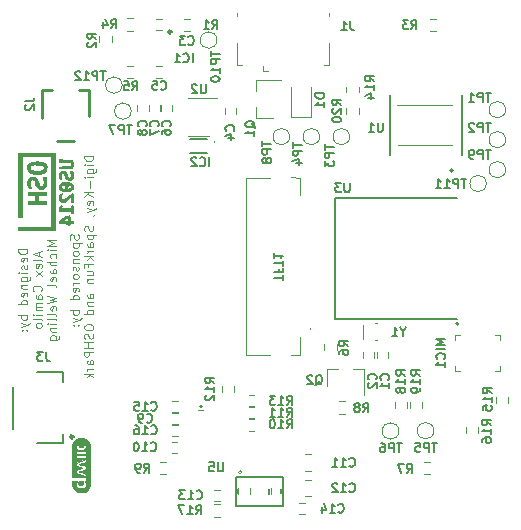
<source format=gbr>
G04 #@! TF.GenerationSoftware,KiCad,Pcbnew,5.1.5-52549c5~84~ubuntu19.04.1*
G04 #@! TF.CreationDate,2020-02-18T23:24:20+01:00*
G04 #@! TF.ProjectId,badge,62616467-652e-46b6-9963-61645f706362,rev?*
G04 #@! TF.SameCoordinates,Original*
G04 #@! TF.FileFunction,Legend,Bot*
G04 #@! TF.FilePolarity,Positive*
%FSLAX46Y46*%
G04 Gerber Fmt 4.6, Leading zero omitted, Abs format (unit mm)*
G04 Created by KiCad (PCBNEW 5.1.5-52549c5~84~ubuntu19.04.1) date 2020-02-18 23:24:20*
%MOMM*%
%LPD*%
G04 APERTURE LIST*
%ADD10C,0.100000*%
%ADD11C,0.120000*%
%ADD12C,0.010000*%
%ADD13C,0.203200*%
%ADD14C,0.200000*%
%ADD15C,0.160000*%
%ADD16C,0.050000*%
%ADD17C,0.127000*%
%ADD18C,0.300000*%
%ADD19C,0.254000*%
%ADD20C,0.101600*%
%ADD21C,0.250000*%
%ADD22C,0.152400*%
G04 APERTURE END LIST*
D10*
X100439285Y-96046428D02*
X99689285Y-96046428D01*
X99689285Y-96225000D01*
X99725000Y-96332142D01*
X99796428Y-96403571D01*
X99867857Y-96439285D01*
X100010714Y-96475000D01*
X100117857Y-96475000D01*
X100260714Y-96439285D01*
X100332142Y-96403571D01*
X100403571Y-96332142D01*
X100439285Y-96225000D01*
X100439285Y-96046428D01*
X100403571Y-97082142D02*
X100439285Y-97010714D01*
X100439285Y-96867857D01*
X100403571Y-96796428D01*
X100332142Y-96760714D01*
X100046428Y-96760714D01*
X99975000Y-96796428D01*
X99939285Y-96867857D01*
X99939285Y-97010714D01*
X99975000Y-97082142D01*
X100046428Y-97117857D01*
X100117857Y-97117857D01*
X100189285Y-96760714D01*
X100403571Y-97403571D02*
X100439285Y-97475000D01*
X100439285Y-97617857D01*
X100403571Y-97689285D01*
X100332142Y-97725000D01*
X100296428Y-97725000D01*
X100225000Y-97689285D01*
X100189285Y-97617857D01*
X100189285Y-97510714D01*
X100153571Y-97439285D01*
X100082142Y-97403571D01*
X100046428Y-97403571D01*
X99975000Y-97439285D01*
X99939285Y-97510714D01*
X99939285Y-97617857D01*
X99975000Y-97689285D01*
X100439285Y-98046428D02*
X99939285Y-98046428D01*
X99689285Y-98046428D02*
X99725000Y-98010714D01*
X99760714Y-98046428D01*
X99725000Y-98082142D01*
X99689285Y-98046428D01*
X99760714Y-98046428D01*
X99939285Y-98725000D02*
X100546428Y-98725000D01*
X100617857Y-98689285D01*
X100653571Y-98653571D01*
X100689285Y-98582142D01*
X100689285Y-98475000D01*
X100653571Y-98403571D01*
X100403571Y-98725000D02*
X100439285Y-98653571D01*
X100439285Y-98510714D01*
X100403571Y-98439285D01*
X100367857Y-98403571D01*
X100296428Y-98367857D01*
X100082142Y-98367857D01*
X100010714Y-98403571D01*
X99975000Y-98439285D01*
X99939285Y-98510714D01*
X99939285Y-98653571D01*
X99975000Y-98725000D01*
X99939285Y-99082142D02*
X100439285Y-99082142D01*
X100010714Y-99082142D02*
X99975000Y-99117857D01*
X99939285Y-99189285D01*
X99939285Y-99296428D01*
X99975000Y-99367857D01*
X100046428Y-99403571D01*
X100439285Y-99403571D01*
X100403571Y-100046428D02*
X100439285Y-99975000D01*
X100439285Y-99832142D01*
X100403571Y-99760714D01*
X100332142Y-99725000D01*
X100046428Y-99725000D01*
X99975000Y-99760714D01*
X99939285Y-99832142D01*
X99939285Y-99975000D01*
X99975000Y-100046428D01*
X100046428Y-100082142D01*
X100117857Y-100082142D01*
X100189285Y-99725000D01*
X100439285Y-100725000D02*
X99689285Y-100725000D01*
X100403571Y-100725000D02*
X100439285Y-100653571D01*
X100439285Y-100510714D01*
X100403571Y-100439285D01*
X100367857Y-100403571D01*
X100296428Y-100367857D01*
X100082142Y-100367857D01*
X100010714Y-100403571D01*
X99975000Y-100439285D01*
X99939285Y-100510714D01*
X99939285Y-100653571D01*
X99975000Y-100725000D01*
X100439285Y-101653571D02*
X99689285Y-101653571D01*
X99975000Y-101653571D02*
X99939285Y-101725000D01*
X99939285Y-101867857D01*
X99975000Y-101939285D01*
X100010714Y-101975000D01*
X100082142Y-102010714D01*
X100296428Y-102010714D01*
X100367857Y-101975000D01*
X100403571Y-101939285D01*
X100439285Y-101867857D01*
X100439285Y-101725000D01*
X100403571Y-101653571D01*
X99939285Y-102260714D02*
X100439285Y-102439285D01*
X99939285Y-102617857D02*
X100439285Y-102439285D01*
X100617857Y-102367857D01*
X100653571Y-102332142D01*
X100689285Y-102260714D01*
X100367857Y-102903571D02*
X100403571Y-102939285D01*
X100439285Y-102903571D01*
X100403571Y-102867857D01*
X100367857Y-102903571D01*
X100439285Y-102903571D01*
X99975000Y-102903571D02*
X100010714Y-102939285D01*
X100046428Y-102903571D01*
X100010714Y-102867857D01*
X99975000Y-102903571D01*
X100046428Y-102903571D01*
X101450000Y-96260714D02*
X101450000Y-96617857D01*
X101664285Y-96189285D02*
X100914285Y-96439285D01*
X101664285Y-96689285D01*
X101664285Y-97046428D02*
X101628571Y-96975000D01*
X101557142Y-96939285D01*
X100914285Y-96939285D01*
X101628571Y-97617857D02*
X101664285Y-97546428D01*
X101664285Y-97403571D01*
X101628571Y-97332142D01*
X101557142Y-97296428D01*
X101271428Y-97296428D01*
X101200000Y-97332142D01*
X101164285Y-97403571D01*
X101164285Y-97546428D01*
X101200000Y-97617857D01*
X101271428Y-97653571D01*
X101342857Y-97653571D01*
X101414285Y-97296428D01*
X101664285Y-97903571D02*
X101164285Y-98296428D01*
X101164285Y-97903571D02*
X101664285Y-98296428D01*
X101592857Y-99582142D02*
X101628571Y-99546428D01*
X101664285Y-99439285D01*
X101664285Y-99367857D01*
X101628571Y-99260714D01*
X101557142Y-99189285D01*
X101485714Y-99153571D01*
X101342857Y-99117857D01*
X101235714Y-99117857D01*
X101092857Y-99153571D01*
X101021428Y-99189285D01*
X100950000Y-99260714D01*
X100914285Y-99367857D01*
X100914285Y-99439285D01*
X100950000Y-99546428D01*
X100985714Y-99582142D01*
X101664285Y-100225000D02*
X101271428Y-100225000D01*
X101200000Y-100189285D01*
X101164285Y-100117857D01*
X101164285Y-99975000D01*
X101200000Y-99903571D01*
X101628571Y-100225000D02*
X101664285Y-100153571D01*
X101664285Y-99975000D01*
X101628571Y-99903571D01*
X101557142Y-99867857D01*
X101485714Y-99867857D01*
X101414285Y-99903571D01*
X101378571Y-99975000D01*
X101378571Y-100153571D01*
X101342857Y-100225000D01*
X101664285Y-100582142D02*
X101164285Y-100582142D01*
X101235714Y-100582142D02*
X101200000Y-100617857D01*
X101164285Y-100689285D01*
X101164285Y-100796428D01*
X101200000Y-100867857D01*
X101271428Y-100903571D01*
X101664285Y-100903571D01*
X101271428Y-100903571D02*
X101200000Y-100939285D01*
X101164285Y-101010714D01*
X101164285Y-101117857D01*
X101200000Y-101189285D01*
X101271428Y-101225000D01*
X101664285Y-101225000D01*
X101664285Y-101582142D02*
X101164285Y-101582142D01*
X100914285Y-101582142D02*
X100950000Y-101546428D01*
X100985714Y-101582142D01*
X100950000Y-101617857D01*
X100914285Y-101582142D01*
X100985714Y-101582142D01*
X101664285Y-102046428D02*
X101628571Y-101975000D01*
X101557142Y-101939285D01*
X100914285Y-101939285D01*
X101664285Y-102439285D02*
X101628571Y-102367857D01*
X101592857Y-102332142D01*
X101521428Y-102296428D01*
X101307142Y-102296428D01*
X101235714Y-102332142D01*
X101200000Y-102367857D01*
X101164285Y-102439285D01*
X101164285Y-102546428D01*
X101200000Y-102617857D01*
X101235714Y-102653571D01*
X101307142Y-102689285D01*
X101521428Y-102689285D01*
X101592857Y-102653571D01*
X101628571Y-102617857D01*
X101664285Y-102546428D01*
X101664285Y-102439285D01*
X102889285Y-95242857D02*
X102139285Y-95242857D01*
X102675000Y-95492857D01*
X102139285Y-95742857D01*
X102889285Y-95742857D01*
X102889285Y-96100000D02*
X102389285Y-96100000D01*
X102139285Y-96100000D02*
X102175000Y-96064285D01*
X102210714Y-96100000D01*
X102175000Y-96135714D01*
X102139285Y-96100000D01*
X102210714Y-96100000D01*
X102853571Y-96778571D02*
X102889285Y-96707142D01*
X102889285Y-96564285D01*
X102853571Y-96492857D01*
X102817857Y-96457142D01*
X102746428Y-96421428D01*
X102532142Y-96421428D01*
X102460714Y-96457142D01*
X102425000Y-96492857D01*
X102389285Y-96564285D01*
X102389285Y-96707142D01*
X102425000Y-96778571D01*
X102889285Y-97100000D02*
X102139285Y-97100000D01*
X102889285Y-97421428D02*
X102496428Y-97421428D01*
X102425000Y-97385714D01*
X102389285Y-97314285D01*
X102389285Y-97207142D01*
X102425000Y-97135714D01*
X102460714Y-97100000D01*
X102889285Y-98100000D02*
X102496428Y-98100000D01*
X102425000Y-98064285D01*
X102389285Y-97992857D01*
X102389285Y-97850000D01*
X102425000Y-97778571D01*
X102853571Y-98100000D02*
X102889285Y-98028571D01*
X102889285Y-97850000D01*
X102853571Y-97778571D01*
X102782142Y-97742857D01*
X102710714Y-97742857D01*
X102639285Y-97778571D01*
X102603571Y-97850000D01*
X102603571Y-98028571D01*
X102567857Y-98100000D01*
X102853571Y-98742857D02*
X102889285Y-98671428D01*
X102889285Y-98528571D01*
X102853571Y-98457142D01*
X102782142Y-98421428D01*
X102496428Y-98421428D01*
X102425000Y-98457142D01*
X102389285Y-98528571D01*
X102389285Y-98671428D01*
X102425000Y-98742857D01*
X102496428Y-98778571D01*
X102567857Y-98778571D01*
X102639285Y-98421428D01*
X102889285Y-99207142D02*
X102853571Y-99135714D01*
X102782142Y-99100000D01*
X102139285Y-99100000D01*
X102139285Y-99992857D02*
X102889285Y-100171428D01*
X102353571Y-100314285D01*
X102889285Y-100457142D01*
X102139285Y-100635714D01*
X102853571Y-101207142D02*
X102889285Y-101135714D01*
X102889285Y-100992857D01*
X102853571Y-100921428D01*
X102782142Y-100885714D01*
X102496428Y-100885714D01*
X102425000Y-100921428D01*
X102389285Y-100992857D01*
X102389285Y-101135714D01*
X102425000Y-101207142D01*
X102496428Y-101242857D01*
X102567857Y-101242857D01*
X102639285Y-100885714D01*
X102889285Y-101671428D02*
X102853571Y-101600000D01*
X102782142Y-101564285D01*
X102139285Y-101564285D01*
X102889285Y-102064285D02*
X102853571Y-101992857D01*
X102782142Y-101957142D01*
X102139285Y-101957142D01*
X102889285Y-102350000D02*
X102389285Y-102350000D01*
X102139285Y-102350000D02*
X102175000Y-102314285D01*
X102210714Y-102350000D01*
X102175000Y-102385714D01*
X102139285Y-102350000D01*
X102210714Y-102350000D01*
X102389285Y-102707142D02*
X102889285Y-102707142D01*
X102460714Y-102707142D02*
X102425000Y-102742857D01*
X102389285Y-102814285D01*
X102389285Y-102921428D01*
X102425000Y-102992857D01*
X102496428Y-103028571D01*
X102889285Y-103028571D01*
X102389285Y-103707142D02*
X102996428Y-103707142D01*
X103067857Y-103671428D01*
X103103571Y-103635714D01*
X103139285Y-103564285D01*
X103139285Y-103457142D01*
X103103571Y-103385714D01*
X102853571Y-103707142D02*
X102889285Y-103635714D01*
X102889285Y-103492857D01*
X102853571Y-103421428D01*
X102817857Y-103385714D01*
X102746428Y-103350000D01*
X102532142Y-103350000D01*
X102460714Y-103385714D01*
X102425000Y-103421428D01*
X102389285Y-103492857D01*
X102389285Y-103635714D01*
X102425000Y-103707142D01*
X104756071Y-94795714D02*
X104791785Y-94902857D01*
X104791785Y-95081428D01*
X104756071Y-95152857D01*
X104720357Y-95188571D01*
X104648928Y-95224285D01*
X104577500Y-95224285D01*
X104506071Y-95188571D01*
X104470357Y-95152857D01*
X104434642Y-95081428D01*
X104398928Y-94938571D01*
X104363214Y-94867142D01*
X104327500Y-94831428D01*
X104256071Y-94795714D01*
X104184642Y-94795714D01*
X104113214Y-94831428D01*
X104077500Y-94867142D01*
X104041785Y-94938571D01*
X104041785Y-95117142D01*
X104077500Y-95224285D01*
X104291785Y-95545714D02*
X105041785Y-95545714D01*
X104327500Y-95545714D02*
X104291785Y-95617142D01*
X104291785Y-95760000D01*
X104327500Y-95831428D01*
X104363214Y-95867142D01*
X104434642Y-95902857D01*
X104648928Y-95902857D01*
X104720357Y-95867142D01*
X104756071Y-95831428D01*
X104791785Y-95760000D01*
X104791785Y-95617142D01*
X104756071Y-95545714D01*
X104791785Y-96331428D02*
X104756071Y-96260000D01*
X104720357Y-96224285D01*
X104648928Y-96188571D01*
X104434642Y-96188571D01*
X104363214Y-96224285D01*
X104327500Y-96260000D01*
X104291785Y-96331428D01*
X104291785Y-96438571D01*
X104327500Y-96510000D01*
X104363214Y-96545714D01*
X104434642Y-96581428D01*
X104648928Y-96581428D01*
X104720357Y-96545714D01*
X104756071Y-96510000D01*
X104791785Y-96438571D01*
X104791785Y-96331428D01*
X104291785Y-96902857D02*
X104791785Y-96902857D01*
X104363214Y-96902857D02*
X104327500Y-96938571D01*
X104291785Y-97010000D01*
X104291785Y-97117142D01*
X104327500Y-97188571D01*
X104398928Y-97224285D01*
X104791785Y-97224285D01*
X104756071Y-97545714D02*
X104791785Y-97617142D01*
X104791785Y-97760000D01*
X104756071Y-97831428D01*
X104684642Y-97867142D01*
X104648928Y-97867142D01*
X104577500Y-97831428D01*
X104541785Y-97760000D01*
X104541785Y-97652857D01*
X104506071Y-97581428D01*
X104434642Y-97545714D01*
X104398928Y-97545714D01*
X104327500Y-97581428D01*
X104291785Y-97652857D01*
X104291785Y-97760000D01*
X104327500Y-97831428D01*
X104791785Y-98295714D02*
X104756071Y-98224285D01*
X104720357Y-98188571D01*
X104648928Y-98152857D01*
X104434642Y-98152857D01*
X104363214Y-98188571D01*
X104327500Y-98224285D01*
X104291785Y-98295714D01*
X104291785Y-98402857D01*
X104327500Y-98474285D01*
X104363214Y-98510000D01*
X104434642Y-98545714D01*
X104648928Y-98545714D01*
X104720357Y-98510000D01*
X104756071Y-98474285D01*
X104791785Y-98402857D01*
X104791785Y-98295714D01*
X104791785Y-98867142D02*
X104291785Y-98867142D01*
X104434642Y-98867142D02*
X104363214Y-98902857D01*
X104327500Y-98938571D01*
X104291785Y-99010000D01*
X104291785Y-99081428D01*
X104756071Y-99617142D02*
X104791785Y-99545714D01*
X104791785Y-99402857D01*
X104756071Y-99331428D01*
X104684642Y-99295714D01*
X104398928Y-99295714D01*
X104327500Y-99331428D01*
X104291785Y-99402857D01*
X104291785Y-99545714D01*
X104327500Y-99617142D01*
X104398928Y-99652857D01*
X104470357Y-99652857D01*
X104541785Y-99295714D01*
X104791785Y-100295714D02*
X104041785Y-100295714D01*
X104756071Y-100295714D02*
X104791785Y-100224285D01*
X104791785Y-100081428D01*
X104756071Y-100010000D01*
X104720357Y-99974285D01*
X104648928Y-99938571D01*
X104434642Y-99938571D01*
X104363214Y-99974285D01*
X104327500Y-100010000D01*
X104291785Y-100081428D01*
X104291785Y-100224285D01*
X104327500Y-100295714D01*
X104791785Y-101224285D02*
X104041785Y-101224285D01*
X104327500Y-101224285D02*
X104291785Y-101295714D01*
X104291785Y-101438571D01*
X104327500Y-101510000D01*
X104363214Y-101545714D01*
X104434642Y-101581428D01*
X104648928Y-101581428D01*
X104720357Y-101545714D01*
X104756071Y-101510000D01*
X104791785Y-101438571D01*
X104791785Y-101295714D01*
X104756071Y-101224285D01*
X104291785Y-101831428D02*
X104791785Y-102010000D01*
X104291785Y-102188571D02*
X104791785Y-102010000D01*
X104970357Y-101938571D01*
X105006071Y-101902857D01*
X105041785Y-101831428D01*
X104720357Y-102474285D02*
X104756071Y-102510000D01*
X104791785Y-102474285D01*
X104756071Y-102438571D01*
X104720357Y-102474285D01*
X104791785Y-102474285D01*
X104327500Y-102474285D02*
X104363214Y-102510000D01*
X104398928Y-102474285D01*
X104363214Y-102438571D01*
X104327500Y-102474285D01*
X104398928Y-102474285D01*
X106016785Y-88152857D02*
X105266785Y-88152857D01*
X105266785Y-88331428D01*
X105302500Y-88438571D01*
X105373928Y-88510000D01*
X105445357Y-88545714D01*
X105588214Y-88581428D01*
X105695357Y-88581428D01*
X105838214Y-88545714D01*
X105909642Y-88510000D01*
X105981071Y-88438571D01*
X106016785Y-88331428D01*
X106016785Y-88152857D01*
X106016785Y-88902857D02*
X105516785Y-88902857D01*
X105266785Y-88902857D02*
X105302500Y-88867142D01*
X105338214Y-88902857D01*
X105302500Y-88938571D01*
X105266785Y-88902857D01*
X105338214Y-88902857D01*
X105516785Y-89581428D02*
X106123928Y-89581428D01*
X106195357Y-89545714D01*
X106231071Y-89510000D01*
X106266785Y-89438571D01*
X106266785Y-89331428D01*
X106231071Y-89260000D01*
X105981071Y-89581428D02*
X106016785Y-89510000D01*
X106016785Y-89367142D01*
X105981071Y-89295714D01*
X105945357Y-89260000D01*
X105873928Y-89224285D01*
X105659642Y-89224285D01*
X105588214Y-89260000D01*
X105552500Y-89295714D01*
X105516785Y-89367142D01*
X105516785Y-89510000D01*
X105552500Y-89581428D01*
X106016785Y-89938571D02*
X105516785Y-89938571D01*
X105266785Y-89938571D02*
X105302500Y-89902857D01*
X105338214Y-89938571D01*
X105302500Y-89974285D01*
X105266785Y-89938571D01*
X105338214Y-89938571D01*
X105731071Y-90295714D02*
X105731071Y-90867142D01*
X106016785Y-91224285D02*
X105266785Y-91224285D01*
X106016785Y-91652857D02*
X105588214Y-91331428D01*
X105266785Y-91652857D02*
X105695357Y-91224285D01*
X105981071Y-92260000D02*
X106016785Y-92188571D01*
X106016785Y-92045714D01*
X105981071Y-91974285D01*
X105909642Y-91938571D01*
X105623928Y-91938571D01*
X105552500Y-91974285D01*
X105516785Y-92045714D01*
X105516785Y-92188571D01*
X105552500Y-92260000D01*
X105623928Y-92295714D01*
X105695357Y-92295714D01*
X105766785Y-91938571D01*
X105516785Y-92545714D02*
X106016785Y-92724285D01*
X105516785Y-92902857D02*
X106016785Y-92724285D01*
X106195357Y-92652857D01*
X106231071Y-92617142D01*
X106266785Y-92545714D01*
X105981071Y-93224285D02*
X106016785Y-93224285D01*
X106088214Y-93188571D01*
X106123928Y-93152857D01*
X105981071Y-94081428D02*
X106016785Y-94188571D01*
X106016785Y-94367142D01*
X105981071Y-94438571D01*
X105945357Y-94474285D01*
X105873928Y-94510000D01*
X105802500Y-94510000D01*
X105731071Y-94474285D01*
X105695357Y-94438571D01*
X105659642Y-94367142D01*
X105623928Y-94224285D01*
X105588214Y-94152857D01*
X105552500Y-94117142D01*
X105481071Y-94081428D01*
X105409642Y-94081428D01*
X105338214Y-94117142D01*
X105302500Y-94152857D01*
X105266785Y-94224285D01*
X105266785Y-94402857D01*
X105302500Y-94510000D01*
X105516785Y-94831428D02*
X106266785Y-94831428D01*
X105552500Y-94831428D02*
X105516785Y-94902857D01*
X105516785Y-95045714D01*
X105552500Y-95117142D01*
X105588214Y-95152857D01*
X105659642Y-95188571D01*
X105873928Y-95188571D01*
X105945357Y-95152857D01*
X105981071Y-95117142D01*
X106016785Y-95045714D01*
X106016785Y-94902857D01*
X105981071Y-94831428D01*
X106016785Y-95831428D02*
X105623928Y-95831428D01*
X105552500Y-95795714D01*
X105516785Y-95724285D01*
X105516785Y-95581428D01*
X105552500Y-95510000D01*
X105981071Y-95831428D02*
X106016785Y-95760000D01*
X106016785Y-95581428D01*
X105981071Y-95510000D01*
X105909642Y-95474285D01*
X105838214Y-95474285D01*
X105766785Y-95510000D01*
X105731071Y-95581428D01*
X105731071Y-95760000D01*
X105695357Y-95831428D01*
X106016785Y-96188571D02*
X105516785Y-96188571D01*
X105659642Y-96188571D02*
X105588214Y-96224285D01*
X105552500Y-96260000D01*
X105516785Y-96331428D01*
X105516785Y-96402857D01*
X106016785Y-96652857D02*
X105266785Y-96652857D01*
X105731071Y-96724285D02*
X106016785Y-96938571D01*
X105516785Y-96938571D02*
X105802500Y-96652857D01*
X105623928Y-97510000D02*
X105623928Y-97260000D01*
X106016785Y-97260000D02*
X105266785Y-97260000D01*
X105266785Y-97617142D01*
X105516785Y-98224285D02*
X106016785Y-98224285D01*
X105516785Y-97902857D02*
X105909642Y-97902857D01*
X105981071Y-97938571D01*
X106016785Y-98010000D01*
X106016785Y-98117142D01*
X105981071Y-98188571D01*
X105945357Y-98224285D01*
X105516785Y-98581428D02*
X106016785Y-98581428D01*
X105588214Y-98581428D02*
X105552500Y-98617142D01*
X105516785Y-98688571D01*
X105516785Y-98795714D01*
X105552500Y-98867142D01*
X105623928Y-98902857D01*
X106016785Y-98902857D01*
X106016785Y-100152857D02*
X105623928Y-100152857D01*
X105552500Y-100117142D01*
X105516785Y-100045714D01*
X105516785Y-99902857D01*
X105552500Y-99831428D01*
X105981071Y-100152857D02*
X106016785Y-100081428D01*
X106016785Y-99902857D01*
X105981071Y-99831428D01*
X105909642Y-99795714D01*
X105838214Y-99795714D01*
X105766785Y-99831428D01*
X105731071Y-99902857D01*
X105731071Y-100081428D01*
X105695357Y-100152857D01*
X105516785Y-100510000D02*
X106016785Y-100510000D01*
X105588214Y-100510000D02*
X105552500Y-100545714D01*
X105516785Y-100617142D01*
X105516785Y-100724285D01*
X105552500Y-100795714D01*
X105623928Y-100831428D01*
X106016785Y-100831428D01*
X106016785Y-101510000D02*
X105266785Y-101510000D01*
X105981071Y-101510000D02*
X106016785Y-101438571D01*
X106016785Y-101295714D01*
X105981071Y-101224285D01*
X105945357Y-101188571D01*
X105873928Y-101152857D01*
X105659642Y-101152857D01*
X105588214Y-101188571D01*
X105552500Y-101224285D01*
X105516785Y-101295714D01*
X105516785Y-101438571D01*
X105552500Y-101510000D01*
X105266785Y-102581428D02*
X105266785Y-102724285D01*
X105302500Y-102795714D01*
X105373928Y-102867142D01*
X105516785Y-102902857D01*
X105766785Y-102902857D01*
X105909642Y-102867142D01*
X105981071Y-102795714D01*
X106016785Y-102724285D01*
X106016785Y-102581428D01*
X105981071Y-102510000D01*
X105909642Y-102438571D01*
X105766785Y-102402857D01*
X105516785Y-102402857D01*
X105373928Y-102438571D01*
X105302500Y-102510000D01*
X105266785Y-102581428D01*
X105981071Y-103188571D02*
X106016785Y-103295714D01*
X106016785Y-103474285D01*
X105981071Y-103545714D01*
X105945357Y-103581428D01*
X105873928Y-103617142D01*
X105802500Y-103617142D01*
X105731071Y-103581428D01*
X105695357Y-103545714D01*
X105659642Y-103474285D01*
X105623928Y-103331428D01*
X105588214Y-103260000D01*
X105552500Y-103224285D01*
X105481071Y-103188571D01*
X105409642Y-103188571D01*
X105338214Y-103224285D01*
X105302500Y-103260000D01*
X105266785Y-103331428D01*
X105266785Y-103510000D01*
X105302500Y-103617142D01*
X106016785Y-103938571D02*
X105266785Y-103938571D01*
X105623928Y-103938571D02*
X105623928Y-104367142D01*
X106016785Y-104367142D02*
X105266785Y-104367142D01*
X106016785Y-104724285D02*
X105266785Y-104724285D01*
X105266785Y-105010000D01*
X105302500Y-105081428D01*
X105338214Y-105117142D01*
X105409642Y-105152857D01*
X105516785Y-105152857D01*
X105588214Y-105117142D01*
X105623928Y-105081428D01*
X105659642Y-105010000D01*
X105659642Y-104724285D01*
X106016785Y-105795714D02*
X105623928Y-105795714D01*
X105552500Y-105760000D01*
X105516785Y-105688571D01*
X105516785Y-105545714D01*
X105552500Y-105474285D01*
X105981071Y-105795714D02*
X106016785Y-105724285D01*
X106016785Y-105545714D01*
X105981071Y-105474285D01*
X105909642Y-105438571D01*
X105838214Y-105438571D01*
X105766785Y-105474285D01*
X105731071Y-105545714D01*
X105731071Y-105724285D01*
X105695357Y-105795714D01*
X106016785Y-106152857D02*
X105516785Y-106152857D01*
X105659642Y-106152857D02*
X105588214Y-106188571D01*
X105552500Y-106224285D01*
X105516785Y-106295714D01*
X105516785Y-106367142D01*
X106016785Y-106617142D02*
X105266785Y-106617142D01*
X105731071Y-106688571D02*
X106016785Y-106902857D01*
X105516785Y-106902857D02*
X105802500Y-106617142D01*
D11*
X118175000Y-80437500D02*
X118625000Y-80437500D01*
X118175000Y-78587500D02*
X118175000Y-80437500D01*
X125975000Y-76037500D02*
X125975000Y-76287500D01*
X118175000Y-76037500D02*
X118175000Y-76287500D01*
X125975000Y-78587500D02*
X125975000Y-80437500D01*
X125975000Y-80437500D02*
X125525000Y-80437500D01*
X120375000Y-80987500D02*
X120825000Y-80987500D01*
X120375000Y-80987500D02*
X120375000Y-80537500D01*
D12*
G36*
X105182800Y-115742837D02*
G01*
X105132134Y-115684884D01*
X105050317Y-115653659D01*
X104987834Y-115648500D01*
X104915665Y-115652739D01*
X104866238Y-115670093D01*
X104820412Y-115707516D01*
X104817539Y-115710372D01*
X104767411Y-115780880D01*
X104755667Y-115839000D01*
X104774556Y-115911974D01*
X104817539Y-115967628D01*
X104893845Y-116015809D01*
X104986451Y-116031048D01*
X105083619Y-116012122D01*
X105113986Y-115998533D01*
X105165088Y-115962703D01*
X105191578Y-115914257D01*
X105200044Y-115839987D01*
X105200167Y-115825723D01*
X105182800Y-115742837D01*
G37*
X105182800Y-115742837D02*
X105132134Y-115684884D01*
X105050317Y-115653659D01*
X104987834Y-115648500D01*
X104915665Y-115652739D01*
X104866238Y-115670093D01*
X104820412Y-115707516D01*
X104817539Y-115710372D01*
X104767411Y-115780880D01*
X104755667Y-115839000D01*
X104774556Y-115911974D01*
X104817539Y-115967628D01*
X104893845Y-116015809D01*
X104986451Y-116031048D01*
X105083619Y-116012122D01*
X105113986Y-115998533D01*
X105165088Y-115962703D01*
X105191578Y-115914257D01*
X105200044Y-115839987D01*
X105200167Y-115825723D01*
X105182800Y-115742837D01*
G36*
X105680384Y-112434549D02*
G01*
X105582366Y-112285165D01*
X105462218Y-112163088D01*
X105330162Y-112077058D01*
X105269020Y-112049313D01*
X105214043Y-112031941D01*
X105151936Y-112022586D01*
X105069408Y-112018894D01*
X104999083Y-112018416D01*
X104896369Y-112019698D01*
X104822642Y-112025118D01*
X104764594Y-112037040D01*
X104708916Y-112057826D01*
X104667536Y-112077287D01*
X104515393Y-112174301D01*
X104394094Y-112299511D01*
X104305814Y-112449965D01*
X104252728Y-112622710D01*
X104248670Y-112645756D01*
X104244034Y-112696374D01*
X104239855Y-112786654D01*
X104236175Y-112913925D01*
X104233034Y-113075519D01*
X104230474Y-113268767D01*
X104228536Y-113490997D01*
X104227260Y-113739542D01*
X104226688Y-114011730D01*
X104226660Y-114076875D01*
X104226500Y-115373333D01*
X105411833Y-115373333D01*
X105411833Y-115307955D01*
X105332458Y-115279405D01*
X105216195Y-115237342D01*
X105093001Y-115192354D01*
X104969539Y-115146920D01*
X104852471Y-115103520D01*
X104748459Y-115064633D01*
X104664165Y-115032740D01*
X104606251Y-115010320D01*
X104581378Y-114999853D01*
X104581305Y-114999809D01*
X104572711Y-114974361D01*
X104568635Y-114919523D01*
X104569496Y-114860060D01*
X104575750Y-114731474D01*
X104823596Y-114654627D01*
X104919991Y-114624032D01*
X105001142Y-114596942D01*
X105058730Y-114576230D01*
X105084437Y-114564764D01*
X105084680Y-114564542D01*
X105070442Y-114554489D01*
X105024682Y-114535430D01*
X104956472Y-114510372D01*
X104874880Y-114482326D01*
X104788979Y-114454300D01*
X104707838Y-114429305D01*
X104640529Y-114410348D01*
X104596121Y-114400440D01*
X104587699Y-114399666D01*
X104573647Y-114381153D01*
X104568227Y-114324351D01*
X104569491Y-114259552D01*
X104575750Y-114119437D01*
X104994731Y-113965951D01*
X105411833Y-113813155D01*
X105411833Y-113764666D01*
X104565167Y-113764666D01*
X104565167Y-113489500D01*
X105411833Y-113489500D01*
X105411833Y-113426000D01*
X104565167Y-113426000D01*
X104565167Y-113150833D01*
X104979367Y-113150833D01*
X104979367Y-113087215D01*
X104871928Y-113069214D01*
X104765386Y-113021110D01*
X104672428Y-112950917D01*
X104605745Y-112866646D01*
X104594664Y-112844310D01*
X104576227Y-112780347D01*
X104566424Y-112704460D01*
X104565995Y-112690458D01*
X104565167Y-112600500D01*
X104671000Y-112600500D01*
X104733661Y-112601929D01*
X104764909Y-112610475D01*
X104775658Y-112632529D01*
X104776833Y-112662464D01*
X104795780Y-112730559D01*
X104849299Y-112780105D01*
X104932411Y-112807643D01*
X104992317Y-112812166D01*
X105066649Y-112806606D01*
X105117683Y-112785918D01*
X105148212Y-112760212D01*
X105184281Y-112708953D01*
X105200133Y-112656352D01*
X105200167Y-112654379D01*
X105203468Y-112622416D01*
X105220600Y-112606471D01*
X105262405Y-112601025D01*
X105306000Y-112600500D01*
X105411833Y-112600500D01*
X105411833Y-112686218D01*
X105391806Y-112804083D01*
X105335902Y-112909775D01*
X105250391Y-112995113D01*
X105141540Y-113051919D01*
X105128388Y-113056081D01*
X105058721Y-113074289D01*
X104999745Y-113085494D01*
X104979367Y-113087215D01*
X104979367Y-113150833D01*
X105411833Y-113150833D01*
X105411833Y-113426000D01*
X105411833Y-113489500D01*
X105411833Y-113764666D01*
X105411833Y-113813155D01*
X105413712Y-113812466D01*
X105407481Y-113941612D01*
X105401250Y-114070759D01*
X105120792Y-114153586D01*
X105019227Y-114184554D01*
X104934057Y-114212380D01*
X104872627Y-114234519D01*
X104842281Y-114248429D01*
X104840333Y-114250685D01*
X104859546Y-114261230D01*
X104912315Y-114280428D01*
X104991341Y-114305856D01*
X105089321Y-114335090D01*
X105127017Y-114345850D01*
X105413700Y-114426743D01*
X105401250Y-114684009D01*
X105242500Y-114731028D01*
X105144506Y-114759844D01*
X105042582Y-114789486D01*
X104962042Y-114812609D01*
X104897568Y-114833121D01*
X104853489Y-114851360D01*
X104840449Y-114861543D01*
X104859673Y-114872243D01*
X104912389Y-114891782D01*
X104991297Y-114917690D01*
X105089095Y-114947493D01*
X105126199Y-114958319D01*
X105411833Y-115040721D01*
X105411833Y-115307955D01*
X105411833Y-115373333D01*
X105411833Y-115510916D01*
X105410914Y-115584870D01*
X105405691Y-115626061D01*
X105392462Y-115644055D01*
X105367528Y-115648418D01*
X105358617Y-115648500D01*
X105305400Y-115648500D01*
X105361187Y-115732800D01*
X105393856Y-115789306D01*
X105408657Y-115841645D01*
X105409980Y-115909284D01*
X105408044Y-115940560D01*
X105381342Y-116067274D01*
X105322516Y-116167059D01*
X105233165Y-116238576D01*
X105114888Y-116280486D01*
X104988500Y-116291815D01*
X104844354Y-116275562D01*
X104729264Y-116229454D01*
X104644254Y-116154361D01*
X104590344Y-116051153D01*
X104569274Y-115935150D01*
X104567384Y-115856252D01*
X104576407Y-115800943D01*
X104600401Y-115751038D01*
X104615538Y-115727875D01*
X104669724Y-115648500D01*
X104226500Y-115648500D01*
X104229141Y-115770208D01*
X104233742Y-115862714D01*
X104242412Y-115959014D01*
X104247493Y-115998919D01*
X104292835Y-116167156D01*
X104375066Y-116317738D01*
X104490835Y-116446148D01*
X104636791Y-116547871D01*
X104666378Y-116563180D01*
X104739858Y-116597360D01*
X104800085Y-116618030D01*
X104862829Y-116628459D01*
X104943864Y-116631914D01*
X104998638Y-116632040D01*
X105098317Y-116629861D01*
X105171225Y-116622195D01*
X105232856Y-116606025D01*
X105298701Y-116578338D01*
X105315266Y-116570414D01*
X105462336Y-116477610D01*
X105586132Y-116355929D01*
X105678214Y-116213796D01*
X105683398Y-116202992D01*
X105739917Y-116082416D01*
X105739917Y-112547583D01*
X105680384Y-112434549D01*
G37*
X105680384Y-112434549D02*
X105582366Y-112285165D01*
X105462218Y-112163088D01*
X105330162Y-112077058D01*
X105269020Y-112049313D01*
X105214043Y-112031941D01*
X105151936Y-112022586D01*
X105069408Y-112018894D01*
X104999083Y-112018416D01*
X104896369Y-112019698D01*
X104822642Y-112025118D01*
X104764594Y-112037040D01*
X104708916Y-112057826D01*
X104667536Y-112077287D01*
X104515393Y-112174301D01*
X104394094Y-112299511D01*
X104305814Y-112449965D01*
X104252728Y-112622710D01*
X104248670Y-112645756D01*
X104244034Y-112696374D01*
X104239855Y-112786654D01*
X104236175Y-112913925D01*
X104233034Y-113075519D01*
X104230474Y-113268767D01*
X104228536Y-113490997D01*
X104227260Y-113739542D01*
X104226688Y-114011730D01*
X104226660Y-114076875D01*
X104226500Y-115373333D01*
X105411833Y-115373333D01*
X105411833Y-115307955D01*
X105332458Y-115279405D01*
X105216195Y-115237342D01*
X105093001Y-115192354D01*
X104969539Y-115146920D01*
X104852471Y-115103520D01*
X104748459Y-115064633D01*
X104664165Y-115032740D01*
X104606251Y-115010320D01*
X104581378Y-114999853D01*
X104581305Y-114999809D01*
X104572711Y-114974361D01*
X104568635Y-114919523D01*
X104569496Y-114860060D01*
X104575750Y-114731474D01*
X104823596Y-114654627D01*
X104919991Y-114624032D01*
X105001142Y-114596942D01*
X105058730Y-114576230D01*
X105084437Y-114564764D01*
X105084680Y-114564542D01*
X105070442Y-114554489D01*
X105024682Y-114535430D01*
X104956472Y-114510372D01*
X104874880Y-114482326D01*
X104788979Y-114454300D01*
X104707838Y-114429305D01*
X104640529Y-114410348D01*
X104596121Y-114400440D01*
X104587699Y-114399666D01*
X104573647Y-114381153D01*
X104568227Y-114324351D01*
X104569491Y-114259552D01*
X104575750Y-114119437D01*
X104994731Y-113965951D01*
X105411833Y-113813155D01*
X105411833Y-113764666D01*
X104565167Y-113764666D01*
X104565167Y-113489500D01*
X105411833Y-113489500D01*
X105411833Y-113426000D01*
X104565167Y-113426000D01*
X104565167Y-113150833D01*
X104979367Y-113150833D01*
X104979367Y-113087215D01*
X104871928Y-113069214D01*
X104765386Y-113021110D01*
X104672428Y-112950917D01*
X104605745Y-112866646D01*
X104594664Y-112844310D01*
X104576227Y-112780347D01*
X104566424Y-112704460D01*
X104565995Y-112690458D01*
X104565167Y-112600500D01*
X104671000Y-112600500D01*
X104733661Y-112601929D01*
X104764909Y-112610475D01*
X104775658Y-112632529D01*
X104776833Y-112662464D01*
X104795780Y-112730559D01*
X104849299Y-112780105D01*
X104932411Y-112807643D01*
X104992317Y-112812166D01*
X105066649Y-112806606D01*
X105117683Y-112785918D01*
X105148212Y-112760212D01*
X105184281Y-112708953D01*
X105200133Y-112656352D01*
X105200167Y-112654379D01*
X105203468Y-112622416D01*
X105220600Y-112606471D01*
X105262405Y-112601025D01*
X105306000Y-112600500D01*
X105411833Y-112600500D01*
X105411833Y-112686218D01*
X105391806Y-112804083D01*
X105335902Y-112909775D01*
X105250391Y-112995113D01*
X105141540Y-113051919D01*
X105128388Y-113056081D01*
X105058721Y-113074289D01*
X104999745Y-113085494D01*
X104979367Y-113087215D01*
X104979367Y-113150833D01*
X105411833Y-113150833D01*
X105411833Y-113426000D01*
X105411833Y-113489500D01*
X105411833Y-113764666D01*
X105411833Y-113813155D01*
X105413712Y-113812466D01*
X105407481Y-113941612D01*
X105401250Y-114070759D01*
X105120792Y-114153586D01*
X105019227Y-114184554D01*
X104934057Y-114212380D01*
X104872627Y-114234519D01*
X104842281Y-114248429D01*
X104840333Y-114250685D01*
X104859546Y-114261230D01*
X104912315Y-114280428D01*
X104991341Y-114305856D01*
X105089321Y-114335090D01*
X105127017Y-114345850D01*
X105413700Y-114426743D01*
X105401250Y-114684009D01*
X105242500Y-114731028D01*
X105144506Y-114759844D01*
X105042582Y-114789486D01*
X104962042Y-114812609D01*
X104897568Y-114833121D01*
X104853489Y-114851360D01*
X104840449Y-114861543D01*
X104859673Y-114872243D01*
X104912389Y-114891782D01*
X104991297Y-114917690D01*
X105089095Y-114947493D01*
X105126199Y-114958319D01*
X105411833Y-115040721D01*
X105411833Y-115307955D01*
X105411833Y-115373333D01*
X105411833Y-115510916D01*
X105410914Y-115584870D01*
X105405691Y-115626061D01*
X105392462Y-115644055D01*
X105367528Y-115648418D01*
X105358617Y-115648500D01*
X105305400Y-115648500D01*
X105361187Y-115732800D01*
X105393856Y-115789306D01*
X105408657Y-115841645D01*
X105409980Y-115909284D01*
X105408044Y-115940560D01*
X105381342Y-116067274D01*
X105322516Y-116167059D01*
X105233165Y-116238576D01*
X105114888Y-116280486D01*
X104988500Y-116291815D01*
X104844354Y-116275562D01*
X104729264Y-116229454D01*
X104644254Y-116154361D01*
X104590344Y-116051153D01*
X104569274Y-115935150D01*
X104567384Y-115856252D01*
X104576407Y-115800943D01*
X104600401Y-115751038D01*
X104615538Y-115727875D01*
X104669724Y-115648500D01*
X104226500Y-115648500D01*
X104229141Y-115770208D01*
X104233742Y-115862714D01*
X104242412Y-115959014D01*
X104247493Y-115998919D01*
X104292835Y-116167156D01*
X104375066Y-116317738D01*
X104490835Y-116446148D01*
X104636791Y-116547871D01*
X104666378Y-116563180D01*
X104739858Y-116597360D01*
X104800085Y-116618030D01*
X104862829Y-116628459D01*
X104943864Y-116631914D01*
X104998638Y-116632040D01*
X105098317Y-116629861D01*
X105171225Y-116622195D01*
X105232856Y-116606025D01*
X105298701Y-116578338D01*
X105315266Y-116570414D01*
X105462336Y-116477610D01*
X105586132Y-116355929D01*
X105678214Y-116213796D01*
X105683398Y-116202992D01*
X105739917Y-116082416D01*
X105739917Y-112547583D01*
X105680384Y-112434549D01*
D11*
X136370400Y-83846800D02*
X131770400Y-83846800D01*
X136370400Y-87246800D02*
X131870400Y-87246800D01*
D13*
X131120400Y-82996800D02*
X131120400Y-88096800D01*
X137220400Y-88096800D02*
X137220400Y-82996800D01*
D14*
X136482203Y-89396800D02*
G75*
G03X136482203Y-89396800I-111803J0D01*
G01*
D15*
X115234800Y-109373200D02*
G75*
G03X115234800Y-109373200I-80000J0D01*
G01*
D10*
X115354800Y-109628200D02*
X114929800Y-109628200D01*
D16*
X114929800Y-109628200D02*
X114954800Y-109623200D01*
D17*
X99250000Y-111275000D02*
X99250000Y-107675000D01*
X103500000Y-106475000D02*
X101225000Y-106475000D01*
X103500000Y-107275000D02*
X103500000Y-106475000D01*
X103500000Y-112475000D02*
X101225000Y-112475000D01*
X103500000Y-111675000D02*
X103500000Y-112475000D01*
D18*
X104310000Y-111925000D02*
G75*
G03X104310000Y-111925000I-100000J0D01*
G01*
D12*
G36*
X103613012Y-90746539D02*
G01*
X103655297Y-90822350D01*
X103731209Y-90853320D01*
X103805038Y-90828694D01*
X103821196Y-90809249D01*
X103855130Y-90731085D01*
X103824580Y-90672155D01*
X103800532Y-90650787D01*
X103715201Y-90620403D01*
X103641732Y-90652509D01*
X103611705Y-90730977D01*
X103613012Y-90746539D01*
G37*
X103613012Y-90746539D02*
X103655297Y-90822350D01*
X103731209Y-90853320D01*
X103805038Y-90828694D01*
X103821196Y-90809249D01*
X103855130Y-90731085D01*
X103824580Y-90672155D01*
X103800532Y-90650787D01*
X103715201Y-90620403D01*
X103641732Y-90652509D01*
X103611705Y-90730977D01*
X103613012Y-90746539D01*
G36*
X101107000Y-91450667D02*
G01*
X101107000Y-91958667D01*
X100472000Y-91958667D01*
X100472000Y-92212667D01*
X102038333Y-92212667D01*
X102038333Y-91958667D01*
X101318667Y-91958667D01*
X101318667Y-91450667D01*
X102038333Y-91450667D01*
X102038333Y-91196667D01*
X100472000Y-91196667D01*
X100472000Y-91450667D01*
X101107000Y-91450667D01*
G37*
X101107000Y-91450667D02*
X101107000Y-91958667D01*
X100472000Y-91958667D01*
X100472000Y-92212667D01*
X102038333Y-92212667D01*
X102038333Y-91958667D01*
X101318667Y-91958667D01*
X101318667Y-91450667D01*
X102038333Y-91450667D01*
X102038333Y-91196667D01*
X100472000Y-91196667D01*
X100472000Y-91450667D01*
X101107000Y-91450667D01*
G36*
X100445709Y-90614989D02*
G01*
X100476141Y-90724683D01*
X100524869Y-90820095D01*
X100598456Y-90855317D01*
X100645474Y-90858000D01*
X100733071Y-90855209D01*
X100761127Y-90832405D01*
X100738027Y-90767944D01*
X100705094Y-90704089D01*
X100652557Y-90545971D01*
X100650340Y-90390408D01*
X100692567Y-90257388D01*
X100773364Y-90166903D01*
X100871383Y-90138334D01*
X100950674Y-90150601D01*
X101010400Y-90197653D01*
X101061656Y-90294858D01*
X101115542Y-90457590D01*
X101124723Y-90489251D01*
X101211928Y-90711415D01*
X101327252Y-90856388D01*
X101476896Y-90928757D01*
X101667063Y-90933110D01*
X101714341Y-90925511D01*
X101883855Y-90859101D01*
X101997192Y-90732275D01*
X102056556Y-90542019D01*
X102065821Y-90444670D01*
X102064946Y-90281947D01*
X102049982Y-90131065D01*
X102035520Y-90064250D01*
X101992835Y-89967694D01*
X101926640Y-89930667D01*
X101867789Y-89926667D01*
X101783766Y-89928210D01*
X101750808Y-89946913D01*
X101761771Y-90003886D01*
X101805500Y-90110637D01*
X101858757Y-90300901D01*
X101856684Y-90467549D01*
X101803886Y-90596402D01*
X101704967Y-90673282D01*
X101617783Y-90688667D01*
X101518754Y-90674516D01*
X101449790Y-90620999D01*
X101396494Y-90511521D01*
X101360701Y-90392334D01*
X101294130Y-90185280D01*
X101219351Y-90047253D01*
X101125926Y-89962643D01*
X101050890Y-89929106D01*
X100863161Y-89903943D01*
X100698799Y-89950323D01*
X100566337Y-90056432D01*
X100474312Y-90210455D01*
X100431257Y-90400579D01*
X100445709Y-90614989D01*
G37*
X100445709Y-90614989D02*
X100476141Y-90724683D01*
X100524869Y-90820095D01*
X100598456Y-90855317D01*
X100645474Y-90858000D01*
X100733071Y-90855209D01*
X100761127Y-90832405D01*
X100738027Y-90767944D01*
X100705094Y-90704089D01*
X100652557Y-90545971D01*
X100650340Y-90390408D01*
X100692567Y-90257388D01*
X100773364Y-90166903D01*
X100871383Y-90138334D01*
X100950674Y-90150601D01*
X101010400Y-90197653D01*
X101061656Y-90294858D01*
X101115542Y-90457590D01*
X101124723Y-90489251D01*
X101211928Y-90711415D01*
X101327252Y-90856388D01*
X101476896Y-90928757D01*
X101667063Y-90933110D01*
X101714341Y-90925511D01*
X101883855Y-90859101D01*
X101997192Y-90732275D01*
X102056556Y-90542019D01*
X102065821Y-90444670D01*
X102064946Y-90281947D01*
X102049982Y-90131065D01*
X102035520Y-90064250D01*
X101992835Y-89967694D01*
X101926640Y-89930667D01*
X101867789Y-89926667D01*
X101783766Y-89928210D01*
X101750808Y-89946913D01*
X101761771Y-90003886D01*
X101805500Y-90110637D01*
X101858757Y-90300901D01*
X101856684Y-90467549D01*
X101803886Y-90596402D01*
X101704967Y-90673282D01*
X101617783Y-90688667D01*
X101518754Y-90674516D01*
X101449790Y-90620999D01*
X101396494Y-90511521D01*
X101360701Y-90392334D01*
X101294130Y-90185280D01*
X101219351Y-90047253D01*
X101125926Y-89962643D01*
X101050890Y-89929106D01*
X100863161Y-89903943D01*
X100698799Y-89950323D01*
X100566337Y-90056432D01*
X100474312Y-90210455D01*
X100431257Y-90400579D01*
X100445709Y-90614989D01*
G36*
X100441233Y-89183343D02*
G01*
X100491053Y-89372341D01*
X100602243Y-89513475D01*
X100778352Y-89608876D01*
X101022929Y-89660675D01*
X101255167Y-89672195D01*
X101553801Y-89651909D01*
X101781288Y-89589632D01*
X101941176Y-89483232D01*
X102037014Y-89330577D01*
X102069100Y-89183343D01*
X102073878Y-89038789D01*
X102048216Y-88937370D01*
X101993056Y-88852620D01*
X101878905Y-88741905D01*
X101732853Y-88668790D01*
X101538684Y-88628036D01*
X101280181Y-88614409D01*
X101255167Y-88614334D01*
X101135664Y-88619571D01*
X101135664Y-88871073D01*
X101282331Y-88875273D01*
X101486388Y-88885604D01*
X101624417Y-88902021D01*
X101715021Y-88928071D01*
X101776800Y-88967300D01*
X101779990Y-88970145D01*
X101857691Y-89085046D01*
X101855316Y-89203762D01*
X101774157Y-89308496D01*
X101754445Y-89322441D01*
X101671775Y-89361693D01*
X101557312Y-89385177D01*
X101390944Y-89395916D01*
X101255167Y-89397500D01*
X101047198Y-89393059D01*
X100903418Y-89377720D01*
X100803717Y-89348459D01*
X100755888Y-89322441D01*
X100661650Y-89222780D01*
X100647287Y-89108541D01*
X100712741Y-88993061D01*
X100757508Y-88952429D01*
X100820496Y-88909734D01*
X100890645Y-88883983D01*
X100988765Y-88872116D01*
X101135664Y-88871073D01*
X101135664Y-88619571D01*
X100990556Y-88625932D01*
X100791633Y-88664219D01*
X100642182Y-88734431D01*
X100525988Y-88841805D01*
X100517277Y-88852620D01*
X100457290Y-88948178D01*
X100435618Y-89052616D01*
X100441233Y-89183343D01*
G37*
X100441233Y-89183343D02*
X100491053Y-89372341D01*
X100602243Y-89513475D01*
X100778352Y-89608876D01*
X101022929Y-89660675D01*
X101255167Y-89672195D01*
X101553801Y-89651909D01*
X101781288Y-89589632D01*
X101941176Y-89483232D01*
X102037014Y-89330577D01*
X102069100Y-89183343D01*
X102073878Y-89038789D01*
X102048216Y-88937370D01*
X101993056Y-88852620D01*
X101878905Y-88741905D01*
X101732853Y-88668790D01*
X101538684Y-88628036D01*
X101280181Y-88614409D01*
X101255167Y-88614334D01*
X101135664Y-88619571D01*
X101135664Y-88871073D01*
X101282331Y-88875273D01*
X101486388Y-88885604D01*
X101624417Y-88902021D01*
X101715021Y-88928071D01*
X101776800Y-88967300D01*
X101779990Y-88970145D01*
X101857691Y-89085046D01*
X101855316Y-89203762D01*
X101774157Y-89308496D01*
X101754445Y-89322441D01*
X101671775Y-89361693D01*
X101557312Y-89385177D01*
X101390944Y-89395916D01*
X101255167Y-89397500D01*
X101047198Y-89393059D01*
X100903418Y-89377720D01*
X100803717Y-89348459D01*
X100755888Y-89322441D01*
X100661650Y-89222780D01*
X100647287Y-89108541D01*
X100712741Y-88993061D01*
X100757508Y-88952429D01*
X100820496Y-88909734D01*
X100890645Y-88883983D01*
X100988765Y-88872116D01*
X101135664Y-88871073D01*
X101135664Y-88619571D01*
X100990556Y-88625932D01*
X100791633Y-88664219D01*
X100642182Y-88734431D01*
X100525988Y-88841805D01*
X100517277Y-88852620D01*
X100457290Y-88948178D01*
X100435618Y-89052616D01*
X100441233Y-89183343D01*
G36*
X102758000Y-94456334D02*
G01*
X102758000Y-87894667D01*
X99667667Y-87894667D01*
X99667667Y-93313334D01*
X100006333Y-93313334D01*
X100006333Y-88191000D01*
X102461667Y-88191000D01*
X102461667Y-94158843D01*
X99688833Y-94181167D01*
X99675568Y-94318750D01*
X99662302Y-94456334D01*
X102758000Y-94456334D01*
G37*
X102758000Y-94456334D02*
X102758000Y-87894667D01*
X99667667Y-87894667D01*
X99667667Y-93313334D01*
X100006333Y-93313334D01*
X100006333Y-88191000D01*
X102461667Y-88191000D01*
X102461667Y-94158843D01*
X99688833Y-94181167D01*
X99675568Y-94318750D01*
X99662302Y-94456334D01*
X102758000Y-94456334D01*
G36*
X103493896Y-93863667D02*
G01*
X103668964Y-93865608D01*
X103777144Y-93874086D01*
X103836174Y-93893084D01*
X103863794Y-93926588D01*
X103870933Y-93948334D01*
X103917255Y-94017183D01*
X103960537Y-94033000D01*
X104016534Y-93997644D01*
X104028000Y-93948334D01*
X104044574Y-93889979D01*
X104109278Y-93866434D01*
X104176167Y-93863667D01*
X104276366Y-93855760D01*
X104317385Y-93820177D01*
X104324333Y-93757834D01*
X104313263Y-93686263D01*
X104263447Y-93656963D01*
X104176167Y-93652000D01*
X104028000Y-93652000D01*
X104028000Y-93419167D01*
X104024585Y-93285062D01*
X104009134Y-93215200D01*
X103973835Y-93189265D01*
X103938482Y-93186334D01*
X103865337Y-93208074D01*
X103834455Y-93222707D01*
X103834455Y-93398000D01*
X103851467Y-93434849D01*
X103858665Y-93523611D01*
X103858667Y-93525000D01*
X103854042Y-93600181D01*
X103825609Y-93637671D01*
X103751526Y-93650574D01*
X103647000Y-93652000D01*
X103526214Y-93648914D01*
X103449579Y-93641024D01*
X103435333Y-93634856D01*
X103468255Y-93606033D01*
X103549525Y-93552724D01*
X103652902Y-93490504D01*
X103752142Y-93434945D01*
X103821005Y-93401621D01*
X103834455Y-93398000D01*
X103834455Y-93222707D01*
X103742031Y-93266502D01*
X103588909Y-93351427D01*
X103494811Y-93408584D01*
X103328623Y-93516021D01*
X103223203Y-93594455D01*
X103165498Y-93656339D01*
X103142453Y-93714127D01*
X103139829Y-93747250D01*
X103139000Y-93863667D01*
X103493896Y-93863667D01*
G37*
X103493896Y-93863667D02*
X103668964Y-93865608D01*
X103777144Y-93874086D01*
X103836174Y-93893084D01*
X103863794Y-93926588D01*
X103870933Y-93948334D01*
X103917255Y-94017183D01*
X103960537Y-94033000D01*
X104016534Y-93997644D01*
X104028000Y-93948334D01*
X104044574Y-93889979D01*
X104109278Y-93866434D01*
X104176167Y-93863667D01*
X104276366Y-93855760D01*
X104317385Y-93820177D01*
X104324333Y-93757834D01*
X104313263Y-93686263D01*
X104263447Y-93656963D01*
X104176167Y-93652000D01*
X104028000Y-93652000D01*
X104028000Y-93419167D01*
X104024585Y-93285062D01*
X104009134Y-93215200D01*
X103973835Y-93189265D01*
X103938482Y-93186334D01*
X103865337Y-93208074D01*
X103834455Y-93222707D01*
X103834455Y-93398000D01*
X103851467Y-93434849D01*
X103858665Y-93523611D01*
X103858667Y-93525000D01*
X103854042Y-93600181D01*
X103825609Y-93637671D01*
X103751526Y-93650574D01*
X103647000Y-93652000D01*
X103526214Y-93648914D01*
X103449579Y-93641024D01*
X103435333Y-93634856D01*
X103468255Y-93606033D01*
X103549525Y-93552724D01*
X103652902Y-93490504D01*
X103752142Y-93434945D01*
X103821005Y-93401621D01*
X103834455Y-93398000D01*
X103834455Y-93222707D01*
X103742031Y-93266502D01*
X103588909Y-93351427D01*
X103494811Y-93408584D01*
X103328623Y-93516021D01*
X103223203Y-93594455D01*
X103165498Y-93656339D01*
X103142453Y-93714127D01*
X103139829Y-93747250D01*
X103139000Y-93863667D01*
X103493896Y-93863667D01*
G36*
X104155000Y-92805334D02*
G01*
X104155000Y-92911167D01*
X104174843Y-92994157D01*
X104239667Y-93017000D01*
X104281851Y-93009930D01*
X104307133Y-92977364D01*
X104319771Y-92902273D01*
X104324022Y-92767626D01*
X104324333Y-92678334D01*
X104322566Y-92509595D01*
X104314424Y-92408466D01*
X104295651Y-92357916D01*
X104261990Y-92340913D01*
X104239667Y-92339667D01*
X104177693Y-92359625D01*
X104155873Y-92433883D01*
X104155000Y-92466667D01*
X104155000Y-92593667D01*
X103310450Y-92593667D01*
X103335850Y-92466667D01*
X103345088Y-92377096D01*
X103315034Y-92343271D01*
X103276229Y-92339667D01*
X103200289Y-92374035D01*
X103155337Y-92479952D01*
X103139614Y-92661637D01*
X103139578Y-92667750D01*
X103139000Y-92805334D01*
X104155000Y-92805334D01*
G37*
X104155000Y-92805334D02*
X104155000Y-92911167D01*
X104174843Y-92994157D01*
X104239667Y-93017000D01*
X104281851Y-93009930D01*
X104307133Y-92977364D01*
X104319771Y-92902273D01*
X104324022Y-92767626D01*
X104324333Y-92678334D01*
X104322566Y-92509595D01*
X104314424Y-92408466D01*
X104295651Y-92357916D01*
X104261990Y-92340913D01*
X104239667Y-92339667D01*
X104177693Y-92359625D01*
X104155873Y-92433883D01*
X104155000Y-92466667D01*
X104155000Y-92593667D01*
X103310450Y-92593667D01*
X103335850Y-92466667D01*
X103345088Y-92377096D01*
X103315034Y-92343271D01*
X103276229Y-92339667D01*
X103200289Y-92374035D01*
X103155337Y-92479952D01*
X103139614Y-92661637D01*
X103139578Y-92667750D01*
X103139000Y-92805334D01*
X104155000Y-92805334D01*
G36*
X103153551Y-91850365D02*
G01*
X103232143Y-91970170D01*
X103326710Y-92025249D01*
X103446398Y-92038672D01*
X103566222Y-92010954D01*
X103703937Y-91934645D01*
X103877296Y-91802292D01*
X103897088Y-91785845D01*
X104155000Y-91570339D01*
X104155000Y-91806836D01*
X104158561Y-91942675D01*
X104174005Y-92013921D01*
X104208470Y-92040513D01*
X104239667Y-92043334D01*
X104280834Y-92036637D01*
X104305980Y-92005512D01*
X104319000Y-91933402D01*
X104323789Y-91803752D01*
X104324333Y-91683500D01*
X104322896Y-91508812D01*
X104315848Y-91402140D01*
X104299085Y-91346846D01*
X104268503Y-91326294D01*
X104235574Y-91323667D01*
X104164608Y-91351385D01*
X104052780Y-91425733D01*
X103919124Y-91533498D01*
X103869618Y-91577667D01*
X103710159Y-91715222D01*
X103590862Y-91796289D01*
X103497948Y-91829638D01*
X103470636Y-91831667D01*
X103353135Y-91800186D01*
X103292397Y-91712395D01*
X103292512Y-91578271D01*
X103324926Y-91476250D01*
X103390947Y-91318241D01*
X103275557Y-91331537D01*
X103197039Y-91354076D01*
X103151877Y-91414822D01*
X103124229Y-91516088D01*
X103114583Y-91691467D01*
X103153551Y-91850365D01*
G37*
X103153551Y-91850365D02*
X103232143Y-91970170D01*
X103326710Y-92025249D01*
X103446398Y-92038672D01*
X103566222Y-92010954D01*
X103703937Y-91934645D01*
X103877296Y-91802292D01*
X103897088Y-91785845D01*
X104155000Y-91570339D01*
X104155000Y-91806836D01*
X104158561Y-91942675D01*
X104174005Y-92013921D01*
X104208470Y-92040513D01*
X104239667Y-92043334D01*
X104280834Y-92036637D01*
X104305980Y-92005512D01*
X104319000Y-91933402D01*
X104323789Y-91803752D01*
X104324333Y-91683500D01*
X104322896Y-91508812D01*
X104315848Y-91402140D01*
X104299085Y-91346846D01*
X104268503Y-91326294D01*
X104235574Y-91323667D01*
X104164608Y-91351385D01*
X104052780Y-91425733D01*
X103919124Y-91533498D01*
X103869618Y-91577667D01*
X103710159Y-91715222D01*
X103590862Y-91796289D01*
X103497948Y-91829638D01*
X103470636Y-91831667D01*
X103353135Y-91800186D01*
X103292397Y-91712395D01*
X103292512Y-91578271D01*
X103324926Y-91476250D01*
X103390947Y-91318241D01*
X103275557Y-91331537D01*
X103197039Y-91354076D01*
X103151877Y-91414822D01*
X103124229Y-91516088D01*
X103114583Y-91691467D01*
X103153551Y-91850365D01*
G36*
X103164439Y-90935919D02*
G01*
X103257761Y-91028096D01*
X103392239Y-91085467D01*
X103583291Y-91112879D01*
X103740296Y-91116945D01*
X103972930Y-91098579D01*
X104152681Y-91047810D01*
X104268030Y-90968714D01*
X104298036Y-90919604D01*
X104324125Y-90783570D01*
X104313061Y-90640989D01*
X104269222Y-90529548D01*
X104250172Y-90507675D01*
X104100336Y-90419366D01*
X103900776Y-90365070D01*
X103717973Y-90350653D01*
X103717973Y-90561667D01*
X103927396Y-90572312D01*
X104063801Y-90606903D01*
X104136450Y-90669419D01*
X104155000Y-90749515D01*
X104129359Y-90833238D01*
X104040154Y-90889419D01*
X104021683Y-90896192D01*
X103847134Y-90934319D01*
X103661225Y-90938828D01*
X103488620Y-90912918D01*
X103353985Y-90859786D01*
X103291173Y-90801469D01*
X103270937Y-90735474D01*
X103311948Y-90672400D01*
X103344773Y-90643681D01*
X103432012Y-90593642D01*
X103554216Y-90568180D01*
X103717973Y-90561667D01*
X103717973Y-90350653D01*
X103680516Y-90347698D01*
X103468579Y-90370158D01*
X103331180Y-90415540D01*
X103190657Y-90519722D01*
X103114539Y-90657473D01*
X103108985Y-90809574D01*
X103164439Y-90935919D01*
G37*
X103164439Y-90935919D02*
X103257761Y-91028096D01*
X103392239Y-91085467D01*
X103583291Y-91112879D01*
X103740296Y-91116945D01*
X103972930Y-91098579D01*
X104152681Y-91047810D01*
X104268030Y-90968714D01*
X104298036Y-90919604D01*
X104324125Y-90783570D01*
X104313061Y-90640989D01*
X104269222Y-90529548D01*
X104250172Y-90507675D01*
X104100336Y-90419366D01*
X103900776Y-90365070D01*
X103717973Y-90350653D01*
X103717973Y-90561667D01*
X103927396Y-90572312D01*
X104063801Y-90606903D01*
X104136450Y-90669419D01*
X104155000Y-90749515D01*
X104129359Y-90833238D01*
X104040154Y-90889419D01*
X104021683Y-90896192D01*
X103847134Y-90934319D01*
X103661225Y-90938828D01*
X103488620Y-90912918D01*
X103353985Y-90859786D01*
X103291173Y-90801469D01*
X103270937Y-90735474D01*
X103311948Y-90672400D01*
X103344773Y-90643681D01*
X103432012Y-90593642D01*
X103554216Y-90568180D01*
X103717973Y-90561667D01*
X103717973Y-90350653D01*
X103680516Y-90347698D01*
X103468579Y-90370158D01*
X103331180Y-90415540D01*
X103190657Y-90519722D01*
X103114539Y-90657473D01*
X103108985Y-90809574D01*
X103164439Y-90935919D01*
G36*
X103117322Y-89916084D02*
G01*
X103140838Y-90030217D01*
X103177174Y-90082573D01*
X103243377Y-90095932D01*
X103251956Y-90096000D01*
X103327330Y-90084821D01*
X103335669Y-90041064D01*
X103328585Y-90021917D01*
X103283288Y-89860580D01*
X103286355Y-89724870D01*
X103333344Y-89630774D01*
X103419811Y-89594281D01*
X103446959Y-89596015D01*
X103516224Y-89633098D01*
X103577306Y-89731670D01*
X103612518Y-89820834D01*
X103673026Y-89957736D01*
X103743159Y-90069441D01*
X103777780Y-90106584D01*
X103918951Y-90172866D01*
X104072143Y-90165268D01*
X104211327Y-90085544D01*
X104220424Y-90076758D01*
X104284988Y-89994802D01*
X104315065Y-89896946D01*
X104321002Y-89749439D01*
X104320991Y-89748674D01*
X104315255Y-89611440D01*
X104304246Y-89505975D01*
X104296297Y-89471584D01*
X104242342Y-89431318D01*
X104168110Y-89418667D01*
X104093525Y-89429702D01*
X104086224Y-89473236D01*
X104093822Y-89492750D01*
X104136466Y-89635368D01*
X104148488Y-89779990D01*
X104129835Y-89897391D01*
X104094683Y-89950741D01*
X103988975Y-89989919D01*
X103897634Y-89949393D01*
X103828645Y-89833886D01*
X103813212Y-89784231D01*
X103752283Y-89598838D01*
X103680695Y-89485017D01*
X103587055Y-89429673D01*
X103495074Y-89418667D01*
X103308172Y-89448494D01*
X103181774Y-89537314D01*
X103116636Y-89684133D01*
X103113512Y-89887958D01*
X103117322Y-89916084D01*
G37*
X103117322Y-89916084D02*
X103140838Y-90030217D01*
X103177174Y-90082573D01*
X103243377Y-90095932D01*
X103251956Y-90096000D01*
X103327330Y-90084821D01*
X103335669Y-90041064D01*
X103328585Y-90021917D01*
X103283288Y-89860580D01*
X103286355Y-89724870D01*
X103333344Y-89630774D01*
X103419811Y-89594281D01*
X103446959Y-89596015D01*
X103516224Y-89633098D01*
X103577306Y-89731670D01*
X103612518Y-89820834D01*
X103673026Y-89957736D01*
X103743159Y-90069441D01*
X103777780Y-90106584D01*
X103918951Y-90172866D01*
X104072143Y-90165268D01*
X104211327Y-90085544D01*
X104220424Y-90076758D01*
X104284988Y-89994802D01*
X104315065Y-89896946D01*
X104321002Y-89749439D01*
X104320991Y-89748674D01*
X104315255Y-89611440D01*
X104304246Y-89505975D01*
X104296297Y-89471584D01*
X104242342Y-89431318D01*
X104168110Y-89418667D01*
X104093525Y-89429702D01*
X104086224Y-89473236D01*
X104093822Y-89492750D01*
X104136466Y-89635368D01*
X104148488Y-89779990D01*
X104129835Y-89897391D01*
X104094683Y-89950741D01*
X103988975Y-89989919D01*
X103897634Y-89949393D01*
X103828645Y-89833886D01*
X103813212Y-89784231D01*
X103752283Y-89598838D01*
X103680695Y-89485017D01*
X103587055Y-89429673D01*
X103495074Y-89418667D01*
X103308172Y-89448494D01*
X103181774Y-89537314D01*
X103116636Y-89684133D01*
X103113512Y-89887958D01*
X103117322Y-89916084D01*
G36*
X103636417Y-88665907D02*
G01*
X104133833Y-88677834D01*
X104147475Y-88796810D01*
X104149939Y-88893783D01*
X104123254Y-88960951D01*
X104055393Y-89003600D01*
X103934332Y-89027015D01*
X103748044Y-89036482D01*
X103599483Y-89037667D01*
X103397024Y-89038661D01*
X103264509Y-89043449D01*
X103187222Y-89054735D01*
X103150448Y-89075226D01*
X103139471Y-89107627D01*
X103139000Y-89122334D01*
X103143984Y-89158074D01*
X103168290Y-89182042D01*
X103225948Y-89196577D01*
X103330990Y-89204016D01*
X103497444Y-89206699D01*
X103647000Y-89207000D01*
X103866515Y-89205573D01*
X104017972Y-89199713D01*
X104117950Y-89187050D01*
X104183034Y-89165217D01*
X104229804Y-89131844D01*
X104239667Y-89122334D01*
X104304220Y-89005629D01*
X104325981Y-88850316D01*
X104304712Y-88690980D01*
X104243462Y-88566174D01*
X104203544Y-88523723D01*
X104154103Y-88494612D01*
X104078702Y-88475651D01*
X103960900Y-88463650D01*
X103784260Y-88455422D01*
X103650795Y-88451192D01*
X103139000Y-88436082D01*
X103139000Y-88653980D01*
X103636417Y-88665907D01*
G37*
X103636417Y-88665907D02*
X104133833Y-88677834D01*
X104147475Y-88796810D01*
X104149939Y-88893783D01*
X104123254Y-88960951D01*
X104055393Y-89003600D01*
X103934332Y-89027015D01*
X103748044Y-89036482D01*
X103599483Y-89037667D01*
X103397024Y-89038661D01*
X103264509Y-89043449D01*
X103187222Y-89054735D01*
X103150448Y-89075226D01*
X103139471Y-89107627D01*
X103139000Y-89122334D01*
X103143984Y-89158074D01*
X103168290Y-89182042D01*
X103225948Y-89196577D01*
X103330990Y-89204016D01*
X103497444Y-89206699D01*
X103647000Y-89207000D01*
X103866515Y-89205573D01*
X104017972Y-89199713D01*
X104117950Y-89187050D01*
X104183034Y-89165217D01*
X104229804Y-89131844D01*
X104239667Y-89122334D01*
X104304220Y-89005629D01*
X104325981Y-88850316D01*
X104304712Y-88690980D01*
X104243462Y-88566174D01*
X104203544Y-88523723D01*
X104154103Y-88494612D01*
X104078702Y-88475651D01*
X103960900Y-88463650D01*
X103784260Y-88455422D01*
X103650795Y-88451192D01*
X103139000Y-88436082D01*
X103139000Y-88653980D01*
X103636417Y-88665907D01*
D11*
X116495000Y-78340000D02*
G75*
G03X116495000Y-78340000I-700000J0D01*
G01*
D14*
X116314000Y-86990000D02*
G75*
G03X116314000Y-86990000I-24000J0D01*
G01*
X115659000Y-87927000D02*
X114259000Y-87927000D01*
X114259000Y-86727000D02*
X115659000Y-86727000D01*
D11*
X128844000Y-103629000D02*
X128844000Y-102429000D01*
X129844000Y-102329000D02*
X130044000Y-102329000D01*
X129844000Y-103729000D02*
X130044000Y-103729000D01*
D19*
X101665000Y-82595000D02*
X102565000Y-82595000D01*
X105665000Y-82595000D02*
X104810000Y-82595000D01*
X104432000Y-86845000D02*
X102943000Y-86845000D01*
X101665000Y-82595000D02*
X101665000Y-84942000D01*
X105665000Y-82595000D02*
X105665000Y-84808000D01*
D13*
X118079500Y-117769240D02*
X118079500Y-115351160D01*
X120916680Y-116758320D02*
X120916680Y-116362080D01*
X122118100Y-117769240D02*
X122118100Y-115351160D01*
X118079500Y-117769240D02*
X122118100Y-117769240D01*
X118079500Y-115351160D02*
X122118100Y-115351160D01*
D20*
X118632740Y-114916820D02*
G75*
G03X118632740Y-114916820I-154460J0D01*
G01*
D13*
X118312994Y-116372752D02*
G75*
G03X118313180Y-116748160I515806J-187448D01*
G01*
X119346552Y-116749281D02*
G75*
G03X119346960Y-116372240I-517752J189081D01*
G01*
X121121065Y-116369698D02*
G75*
G03X121119880Y-116748160I405215J-190502D01*
G01*
X121933128Y-116752648D02*
G75*
G03X121935220Y-116372240I-406848J192448D01*
G01*
D11*
X134865000Y-111410000D02*
G75*
G03X134865000Y-111410000I-700000J0D01*
G01*
X140941000Y-84226000D02*
G75*
G03X140941000Y-84226000I-700000J0D01*
G01*
X140941000Y-86766000D02*
G75*
G03X140941000Y-86766000I-700000J0D01*
G01*
X127733000Y-86512000D02*
G75*
G03X127733000Y-86512000I-700000J0D01*
G01*
X125193000Y-86512000D02*
G75*
G03X125193000Y-86512000I-700000J0D01*
G01*
X109241800Y-84353000D02*
G75*
G03X109241800Y-84353000I-700000J0D01*
G01*
X122653000Y-86512000D02*
G75*
G03X122653000Y-86512000I-700000J0D01*
G01*
X140941000Y-89306000D02*
G75*
G03X140941000Y-89306000I-700000J0D01*
G01*
X131898600Y-111440578D02*
G75*
G03X131898600Y-111440578I-700000J0D01*
G01*
X139315000Y-90480000D02*
G75*
G03X139315000Y-90480000I-700000J0D01*
G01*
X114059000Y-83217000D02*
X116509000Y-83217000D01*
X115859000Y-86437000D02*
X114059000Y-86437000D01*
D10*
X136650400Y-106325400D02*
X137050400Y-106325400D01*
X136650400Y-105925400D02*
X136650400Y-106325400D01*
X136650400Y-103325400D02*
X137050400Y-103325400D01*
X136650400Y-103725400D02*
X136650400Y-103325400D01*
X140450400Y-106325400D02*
X140450400Y-105925400D01*
X140050400Y-106325400D02*
X140450400Y-106325400D01*
X140450400Y-103325400D02*
X140450400Y-103725400D01*
X140050400Y-103325400D02*
X140450400Y-103325400D01*
D11*
X119796000Y-84917000D02*
X121256000Y-84917000D01*
X119796000Y-81757000D02*
X121956000Y-81757000D01*
X119796000Y-81757000D02*
X119796000Y-82687000D01*
X119796000Y-84917000D02*
X119796000Y-83987000D01*
X125820000Y-106190000D02*
X125820000Y-107650000D01*
X128980000Y-106190000D02*
X128980000Y-108350000D01*
X128980000Y-106190000D02*
X128050000Y-106190000D01*
X125820000Y-106190000D02*
X126750000Y-106190000D01*
X110711000Y-83820000D02*
X110711000Y-84320000D01*
X109771000Y-84320000D02*
X109771000Y-83820000D01*
X113179800Y-111848200D02*
X112679800Y-111848200D01*
X112679800Y-110908200D02*
X113179800Y-110908200D01*
X113179800Y-109848200D02*
X112679800Y-109848200D01*
X112679800Y-108908200D02*
X113179800Y-108908200D01*
X123481000Y-117538000D02*
X123981000Y-117538000D01*
X123981000Y-118478000D02*
X123481000Y-118478000D01*
X116779278Y-117358676D02*
X116279278Y-117358676D01*
X116279278Y-116418676D02*
X116779278Y-116418676D01*
X112659800Y-112328200D02*
X113159800Y-112328200D01*
X113159800Y-113268200D02*
X112659800Y-113268200D01*
X112679800Y-109908200D02*
X113179800Y-109908200D01*
X113179800Y-110848200D02*
X112679800Y-110848200D01*
X112711000Y-83820000D02*
X112711000Y-84320000D01*
X111771000Y-84320000D02*
X111771000Y-83820000D01*
X111880000Y-81511000D02*
X111380000Y-81511000D01*
X111380000Y-80571000D02*
X111880000Y-80571000D01*
X129814400Y-104716400D02*
X129814400Y-105216400D01*
X128874400Y-105216400D02*
X128874400Y-104716400D01*
X111880000Y-77511000D02*
X111380000Y-77511000D01*
X111380000Y-76571000D02*
X111880000Y-76571000D01*
X118105000Y-84077000D02*
X118105000Y-84577000D01*
X117165000Y-84577000D02*
X117165000Y-84077000D01*
X131008200Y-104716400D02*
X131008200Y-105216400D01*
X130068200Y-105216400D02*
X130068200Y-104716400D01*
X111711000Y-83820000D02*
X111711000Y-84320000D01*
X110771000Y-84320000D02*
X110771000Y-83820000D01*
X117959800Y-107628200D02*
X117959800Y-108128200D01*
X116899800Y-108128200D02*
X116899800Y-107628200D01*
X119679800Y-110408200D02*
X119179800Y-110408200D01*
X119179800Y-109348200D02*
X119679800Y-109348200D01*
X119679800Y-109408200D02*
X119179800Y-109408200D01*
X119179800Y-108348200D02*
X119679800Y-108348200D01*
X141177400Y-108545000D02*
X141177400Y-109045000D01*
X140117400Y-109045000D02*
X140117400Y-108545000D01*
X137552000Y-111585000D02*
X137552000Y-111085000D01*
X138612000Y-111085000D02*
X138612000Y-111585000D01*
X116279278Y-117628676D02*
X116779278Y-117628676D01*
X116779278Y-118688676D02*
X116279278Y-118688676D01*
X132617600Y-109020400D02*
X132617600Y-109520400D01*
X131557600Y-109520400D02*
X131557600Y-109020400D01*
X133887600Y-109020400D02*
X133887600Y-109520400D01*
X132827600Y-109520400D02*
X132827600Y-109020400D01*
X111705000Y-114030000D02*
X112205000Y-114030000D01*
X112205000Y-115090000D02*
X111705000Y-115090000D01*
X127350000Y-109955000D02*
X126850000Y-109955000D01*
X126850000Y-108895000D02*
X127350000Y-108895000D01*
X134035000Y-114030000D02*
X134535000Y-114030000D01*
X134535000Y-115090000D02*
X134035000Y-115090000D01*
X113700000Y-76520000D02*
X114200000Y-76520000D01*
X114200000Y-77580000D02*
X113700000Y-77580000D01*
X125608920Y-104595340D02*
X125608920Y-104095340D01*
X126668920Y-104095340D02*
X126668920Y-104595340D01*
X108880000Y-76511000D02*
X109380000Y-76511000D01*
X109380000Y-77571000D02*
X108880000Y-77571000D01*
X109380000Y-81571000D02*
X108880000Y-81571000D01*
X108880000Y-80511000D02*
X109380000Y-80511000D01*
X119679800Y-111408200D02*
X119179800Y-111408200D01*
X119179800Y-110348200D02*
X119679800Y-110348200D01*
D14*
X136950000Y-102350000D02*
G75*
G03X136950000Y-102350000I-100000J0D01*
G01*
D17*
X136800000Y-101950000D02*
X126500000Y-101950000D01*
X126500000Y-91750000D02*
X136800000Y-91750000D01*
X126500000Y-91750000D02*
X126500000Y-101950000D01*
D21*
X112655000Y-77641000D02*
G75*
G03X112655000Y-77641000I-125000J0D01*
G01*
D10*
X122743700Y-104989440D02*
X123493700Y-104989440D01*
X123493700Y-104989440D02*
X123493700Y-103489440D01*
X122743700Y-89964440D02*
X123493700Y-89989440D01*
X123493700Y-89989440D02*
X123493700Y-91489440D01*
X120993700Y-104989440D02*
X118943700Y-104989440D01*
X118943700Y-104989440D02*
X118943700Y-89989440D01*
X118943700Y-89989440D02*
X120993700Y-89989440D01*
X124393700Y-102789440D02*
X124393700Y-102789440D01*
X124393700Y-102689440D02*
X124393700Y-102689440D01*
X124393700Y-102689440D02*
G75*
G02X124393700Y-102789440I0J-50000D01*
G01*
X124393700Y-102789440D02*
G75*
G02X124393700Y-102689440I0J50000D01*
G01*
D11*
X123920956Y-113401819D02*
X124438112Y-113401819D01*
X123920956Y-114821819D02*
X124438112Y-114821819D01*
X123920956Y-116980819D02*
X124438112Y-116980819D01*
X123920956Y-115560819D02*
X124438112Y-115560819D01*
X124454000Y-84850000D02*
X124454000Y-82300000D01*
X122754000Y-84850000D02*
X122754000Y-82300000D01*
X124454000Y-84850000D02*
X122754000Y-84850000D01*
X107605000Y-78025000D02*
X107605000Y-78525000D01*
X106545000Y-78525000D02*
X106545000Y-78025000D01*
X134535000Y-76530000D02*
X135035000Y-76530000D01*
X135035000Y-77590000D02*
X134535000Y-77590000D01*
X108475000Y-82150000D02*
G75*
G03X108475000Y-82150000I-700000J0D01*
G01*
X128530000Y-82275000D02*
X128530000Y-82775000D01*
X127470000Y-82775000D02*
X127470000Y-82275000D01*
X127470000Y-84600000D02*
X127470000Y-84100000D01*
X128530000Y-84100000D02*
X128530000Y-84600000D01*
D22*
X127804000Y-76757714D02*
X127804000Y-77302000D01*
X127840285Y-77410857D01*
X127912857Y-77483428D01*
X128021714Y-77519714D01*
X128094285Y-77519714D01*
X127042000Y-77519714D02*
X127477428Y-77519714D01*
X127259714Y-77519714D02*
X127259714Y-76757714D01*
X127332285Y-76866571D01*
X127404857Y-76939142D01*
X127477428Y-76975428D01*
X130555571Y-85352714D02*
X130555571Y-85969571D01*
X130519285Y-86042142D01*
X130483000Y-86078428D01*
X130410428Y-86114714D01*
X130265285Y-86114714D01*
X130192714Y-86078428D01*
X130156428Y-86042142D01*
X130120142Y-85969571D01*
X130120142Y-85352714D01*
X129358142Y-86114714D02*
X129793571Y-86114714D01*
X129575857Y-86114714D02*
X129575857Y-85352714D01*
X129648428Y-85461571D01*
X129721000Y-85534142D01*
X129793571Y-85570428D01*
X117015571Y-114102714D02*
X117015571Y-114719571D01*
X116979285Y-114792142D01*
X116943000Y-114828428D01*
X116870428Y-114864714D01*
X116725285Y-114864714D01*
X116652714Y-114828428D01*
X116616428Y-114792142D01*
X116580142Y-114719571D01*
X116580142Y-114102714D01*
X115854428Y-114102714D02*
X116217285Y-114102714D01*
X116253571Y-114465571D01*
X116217285Y-114429285D01*
X116144714Y-114393000D01*
X115963285Y-114393000D01*
X115890714Y-114429285D01*
X115854428Y-114465571D01*
X115818142Y-114538142D01*
X115818142Y-114719571D01*
X115854428Y-114792142D01*
X115890714Y-114828428D01*
X115963285Y-114864714D01*
X116144714Y-114864714D01*
X116217285Y-114828428D01*
X116253571Y-114792142D01*
X102039000Y-104742714D02*
X102039000Y-105287000D01*
X102075285Y-105395857D01*
X102147857Y-105468428D01*
X102256714Y-105504714D01*
X102329285Y-105504714D01*
X101748714Y-104742714D02*
X101277000Y-104742714D01*
X101531000Y-105033000D01*
X101422142Y-105033000D01*
X101349571Y-105069285D01*
X101313285Y-105105571D01*
X101277000Y-105178142D01*
X101277000Y-105359571D01*
X101313285Y-105432142D01*
X101349571Y-105468428D01*
X101422142Y-105504714D01*
X101639857Y-105504714D01*
X101712428Y-105468428D01*
X101748714Y-105432142D01*
X115987714Y-79275571D02*
X115987714Y-79711000D01*
X116749714Y-79493285D02*
X115987714Y-79493285D01*
X116749714Y-79965000D02*
X115987714Y-79965000D01*
X115987714Y-80255285D01*
X116024000Y-80327857D01*
X116060285Y-80364142D01*
X116132857Y-80400428D01*
X116241714Y-80400428D01*
X116314285Y-80364142D01*
X116350571Y-80327857D01*
X116386857Y-80255285D01*
X116386857Y-79965000D01*
X116749714Y-81126142D02*
X116749714Y-80690714D01*
X116749714Y-80908428D02*
X115987714Y-80908428D01*
X116096571Y-80835857D01*
X116169142Y-80763285D01*
X116205428Y-80690714D01*
X115987714Y-81597857D02*
X115987714Y-81670428D01*
X116024000Y-81743000D01*
X116060285Y-81779285D01*
X116132857Y-81815571D01*
X116278000Y-81851857D01*
X116459428Y-81851857D01*
X116604571Y-81815571D01*
X116677142Y-81779285D01*
X116713428Y-81743000D01*
X116749714Y-81670428D01*
X116749714Y-81597857D01*
X116713428Y-81525285D01*
X116677142Y-81489000D01*
X116604571Y-81452714D01*
X116459428Y-81416428D01*
X116278000Y-81416428D01*
X116132857Y-81452714D01*
X116060285Y-81489000D01*
X116024000Y-81525285D01*
X115987714Y-81597857D01*
X115848857Y-89024714D02*
X115848857Y-88262714D01*
X115050571Y-88952142D02*
X115086857Y-88988428D01*
X115195714Y-89024714D01*
X115268285Y-89024714D01*
X115377142Y-88988428D01*
X115449714Y-88915857D01*
X115486000Y-88843285D01*
X115522285Y-88698142D01*
X115522285Y-88589285D01*
X115486000Y-88444142D01*
X115449714Y-88371571D01*
X115377142Y-88299000D01*
X115268285Y-88262714D01*
X115195714Y-88262714D01*
X115086857Y-88299000D01*
X115050571Y-88335285D01*
X114760285Y-88335285D02*
X114724000Y-88299000D01*
X114651428Y-88262714D01*
X114470000Y-88262714D01*
X114397428Y-88299000D01*
X114361142Y-88335285D01*
X114324857Y-88407857D01*
X114324857Y-88480428D01*
X114361142Y-88589285D01*
X114796571Y-89024714D01*
X114324857Y-89024714D01*
X132247257Y-103063857D02*
X132247257Y-103426714D01*
X132501257Y-102664714D02*
X132247257Y-103063857D01*
X131993257Y-102664714D01*
X131340114Y-103426714D02*
X131775542Y-103426714D01*
X131557828Y-103426714D02*
X131557828Y-102664714D01*
X131630400Y-102773571D01*
X131702971Y-102846142D01*
X131775542Y-102882428D01*
X100247714Y-83491000D02*
X100792000Y-83491000D01*
X100900857Y-83454714D01*
X100973428Y-83382142D01*
X101009714Y-83273285D01*
X101009714Y-83200714D01*
X100320285Y-83817571D02*
X100284000Y-83853857D01*
X100247714Y-83926428D01*
X100247714Y-84107857D01*
X100284000Y-84180428D01*
X100320285Y-84216714D01*
X100392857Y-84253000D01*
X100465428Y-84253000D01*
X100574285Y-84216714D01*
X101009714Y-83781285D01*
X101009714Y-84253000D01*
X135126571Y-112440714D02*
X134691142Y-112440714D01*
X134908857Y-113202714D02*
X134908857Y-112440714D01*
X134437142Y-113202714D02*
X134437142Y-112440714D01*
X134146857Y-112440714D01*
X134074285Y-112477000D01*
X134038000Y-112513285D01*
X134001714Y-112585857D01*
X134001714Y-112694714D01*
X134038000Y-112767285D01*
X134074285Y-112803571D01*
X134146857Y-112839857D01*
X134437142Y-112839857D01*
X133312285Y-112440714D02*
X133675142Y-112440714D01*
X133711428Y-112803571D01*
X133675142Y-112767285D01*
X133602571Y-112731000D01*
X133421142Y-112731000D01*
X133348571Y-112767285D01*
X133312285Y-112803571D01*
X133276000Y-112876142D01*
X133276000Y-113057571D01*
X133312285Y-113130142D01*
X133348571Y-113166428D01*
X133421142Y-113202714D01*
X133602571Y-113202714D01*
X133675142Y-113166428D01*
X133711428Y-113130142D01*
X139678571Y-82792714D02*
X139243142Y-82792714D01*
X139460857Y-83554714D02*
X139460857Y-82792714D01*
X138989142Y-83554714D02*
X138989142Y-82792714D01*
X138698857Y-82792714D01*
X138626285Y-82829000D01*
X138590000Y-82865285D01*
X138553714Y-82937857D01*
X138553714Y-83046714D01*
X138590000Y-83119285D01*
X138626285Y-83155571D01*
X138698857Y-83191857D01*
X138989142Y-83191857D01*
X137828000Y-83554714D02*
X138263428Y-83554714D01*
X138045714Y-83554714D02*
X138045714Y-82792714D01*
X138118285Y-82901571D01*
X138190857Y-82974142D01*
X138263428Y-83010428D01*
X139678571Y-85332714D02*
X139243142Y-85332714D01*
X139460857Y-86094714D02*
X139460857Y-85332714D01*
X138989142Y-86094714D02*
X138989142Y-85332714D01*
X138698857Y-85332714D01*
X138626285Y-85369000D01*
X138590000Y-85405285D01*
X138553714Y-85477857D01*
X138553714Y-85586714D01*
X138590000Y-85659285D01*
X138626285Y-85695571D01*
X138698857Y-85731857D01*
X138989142Y-85731857D01*
X138263428Y-85405285D02*
X138227142Y-85369000D01*
X138154571Y-85332714D01*
X137973142Y-85332714D01*
X137900571Y-85369000D01*
X137864285Y-85405285D01*
X137828000Y-85477857D01*
X137828000Y-85550428D01*
X137864285Y-85659285D01*
X138299714Y-86094714D01*
X137828000Y-86094714D01*
X125632734Y-87176028D02*
X125632734Y-87611457D01*
X126394734Y-87393742D02*
X125632734Y-87393742D01*
X126394734Y-87865457D02*
X125632734Y-87865457D01*
X125632734Y-88155742D01*
X125669020Y-88228314D01*
X125705305Y-88264600D01*
X125777877Y-88300885D01*
X125886734Y-88300885D01*
X125959305Y-88264600D01*
X125995591Y-88228314D01*
X126031877Y-88155742D01*
X126031877Y-87865457D01*
X125632734Y-88554885D02*
X125632734Y-89026600D01*
X125923020Y-88772600D01*
X125923020Y-88881457D01*
X125959305Y-88954028D01*
X125995591Y-88990314D01*
X126068162Y-89026600D01*
X126249591Y-89026600D01*
X126322162Y-88990314D01*
X126358448Y-88954028D01*
X126394734Y-88881457D01*
X126394734Y-88663742D01*
X126358448Y-88591171D01*
X126322162Y-88554885D01*
X122930174Y-87005848D02*
X122930174Y-87441277D01*
X123692174Y-87223562D02*
X122930174Y-87223562D01*
X123692174Y-87695277D02*
X122930174Y-87695277D01*
X122930174Y-87985562D01*
X122966460Y-88058134D01*
X123002745Y-88094420D01*
X123075317Y-88130705D01*
X123184174Y-88130705D01*
X123256745Y-88094420D01*
X123293031Y-88058134D01*
X123329317Y-87985562D01*
X123329317Y-87695277D01*
X123184174Y-88783848D02*
X123692174Y-88783848D01*
X122893888Y-88602420D02*
X123438174Y-88420991D01*
X123438174Y-88892705D01*
X109286571Y-85532714D02*
X108851142Y-85532714D01*
X109068857Y-86294714D02*
X109068857Y-85532714D01*
X108597142Y-86294714D02*
X108597142Y-85532714D01*
X108306857Y-85532714D01*
X108234285Y-85569000D01*
X108198000Y-85605285D01*
X108161714Y-85677857D01*
X108161714Y-85786714D01*
X108198000Y-85859285D01*
X108234285Y-85895571D01*
X108306857Y-85931857D01*
X108597142Y-85931857D01*
X107907714Y-85532714D02*
X107399714Y-85532714D01*
X107726285Y-86294714D01*
X120336834Y-86911868D02*
X120336834Y-87347297D01*
X121098834Y-87129582D02*
X120336834Y-87129582D01*
X121098834Y-87601297D02*
X120336834Y-87601297D01*
X120336834Y-87891582D01*
X120373120Y-87964154D01*
X120409405Y-88000440D01*
X120481977Y-88036725D01*
X120590834Y-88036725D01*
X120663405Y-88000440D01*
X120699691Y-87964154D01*
X120735977Y-87891582D01*
X120735977Y-87601297D01*
X120663405Y-88472154D02*
X120627120Y-88399582D01*
X120590834Y-88363297D01*
X120518262Y-88327011D01*
X120481977Y-88327011D01*
X120409405Y-88363297D01*
X120373120Y-88399582D01*
X120336834Y-88472154D01*
X120336834Y-88617297D01*
X120373120Y-88689868D01*
X120409405Y-88726154D01*
X120481977Y-88762440D01*
X120518262Y-88762440D01*
X120590834Y-88726154D01*
X120627120Y-88689868D01*
X120663405Y-88617297D01*
X120663405Y-88472154D01*
X120699691Y-88399582D01*
X120735977Y-88363297D01*
X120808548Y-88327011D01*
X120953691Y-88327011D01*
X121026262Y-88363297D01*
X121062548Y-88399582D01*
X121098834Y-88472154D01*
X121098834Y-88617297D01*
X121062548Y-88689868D01*
X121026262Y-88726154D01*
X120953691Y-88762440D01*
X120808548Y-88762440D01*
X120735977Y-88726154D01*
X120699691Y-88689868D01*
X120663405Y-88617297D01*
X139678571Y-87618714D02*
X139243142Y-87618714D01*
X139460857Y-88380714D02*
X139460857Y-87618714D01*
X138989142Y-88380714D02*
X138989142Y-87618714D01*
X138698857Y-87618714D01*
X138626285Y-87655000D01*
X138590000Y-87691285D01*
X138553714Y-87763857D01*
X138553714Y-87872714D01*
X138590000Y-87945285D01*
X138626285Y-87981571D01*
X138698857Y-88017857D01*
X138989142Y-88017857D01*
X138190857Y-88380714D02*
X138045714Y-88380714D01*
X137973142Y-88344428D01*
X137936857Y-88308142D01*
X137864285Y-88199285D01*
X137828000Y-88054142D01*
X137828000Y-87763857D01*
X137864285Y-87691285D01*
X137900571Y-87655000D01*
X137973142Y-87618714D01*
X138118285Y-87618714D01*
X138190857Y-87655000D01*
X138227142Y-87691285D01*
X138263428Y-87763857D01*
X138263428Y-87945285D01*
X138227142Y-88017857D01*
X138190857Y-88054142D01*
X138118285Y-88090428D01*
X137973142Y-88090428D01*
X137900571Y-88054142D01*
X137864285Y-88017857D01*
X137828000Y-87945285D01*
X132160171Y-112471292D02*
X131724742Y-112471292D01*
X131942457Y-113233292D02*
X131942457Y-112471292D01*
X131470742Y-113233292D02*
X131470742Y-112471292D01*
X131180457Y-112471292D01*
X131107885Y-112507578D01*
X131071600Y-112543863D01*
X131035314Y-112616435D01*
X131035314Y-112725292D01*
X131071600Y-112797863D01*
X131107885Y-112834149D01*
X131180457Y-112870435D01*
X131470742Y-112870435D01*
X130382171Y-112471292D02*
X130527314Y-112471292D01*
X130599885Y-112507578D01*
X130636171Y-112543863D01*
X130708742Y-112652720D01*
X130745028Y-112797863D01*
X130745028Y-113088149D01*
X130708742Y-113160720D01*
X130672457Y-113197006D01*
X130599885Y-113233292D01*
X130454742Y-113233292D01*
X130382171Y-113197006D01*
X130345885Y-113160720D01*
X130309600Y-113088149D01*
X130309600Y-112906720D01*
X130345885Y-112834149D01*
X130382171Y-112797863D01*
X130454742Y-112761578D01*
X130599885Y-112761578D01*
X130672457Y-112797863D01*
X130708742Y-112834149D01*
X130745028Y-112906720D01*
X137619428Y-90102714D02*
X137184000Y-90102714D01*
X137401714Y-90864714D02*
X137401714Y-90102714D01*
X136930000Y-90864714D02*
X136930000Y-90102714D01*
X136639714Y-90102714D01*
X136567142Y-90139000D01*
X136530857Y-90175285D01*
X136494571Y-90247857D01*
X136494571Y-90356714D01*
X136530857Y-90429285D01*
X136567142Y-90465571D01*
X136639714Y-90501857D01*
X136930000Y-90501857D01*
X135768857Y-90864714D02*
X136204285Y-90864714D01*
X135986571Y-90864714D02*
X135986571Y-90102714D01*
X136059142Y-90211571D01*
X136131714Y-90284142D01*
X136204285Y-90320428D01*
X135043142Y-90864714D02*
X135478571Y-90864714D01*
X135260857Y-90864714D02*
X135260857Y-90102714D01*
X135333428Y-90211571D01*
X135406000Y-90284142D01*
X135478571Y-90320428D01*
X115548571Y-82094214D02*
X115548571Y-82711071D01*
X115512285Y-82783642D01*
X115476000Y-82819928D01*
X115403428Y-82856214D01*
X115258285Y-82856214D01*
X115185714Y-82819928D01*
X115149428Y-82783642D01*
X115113142Y-82711071D01*
X115113142Y-82094214D01*
X114786571Y-82166785D02*
X114750285Y-82130500D01*
X114677714Y-82094214D01*
X114496285Y-82094214D01*
X114423714Y-82130500D01*
X114387428Y-82166785D01*
X114351142Y-82239357D01*
X114351142Y-82311928D01*
X114387428Y-82420785D01*
X114822857Y-82856214D01*
X114351142Y-82856214D01*
X135825114Y-103646114D02*
X135063114Y-103646114D01*
X135607400Y-103900114D01*
X135063114Y-104154114D01*
X135825114Y-104154114D01*
X135825114Y-104516971D02*
X135063114Y-104516971D01*
X135752542Y-105315257D02*
X135788828Y-105278971D01*
X135825114Y-105170114D01*
X135825114Y-105097542D01*
X135788828Y-104988685D01*
X135716257Y-104916114D01*
X135643685Y-104879828D01*
X135498542Y-104843542D01*
X135389685Y-104843542D01*
X135244542Y-104879828D01*
X135171971Y-104916114D01*
X135099400Y-104988685D01*
X135063114Y-105097542D01*
X135063114Y-105170114D01*
X135099400Y-105278971D01*
X135135685Y-105315257D01*
X135825114Y-106040971D02*
X135825114Y-105605542D01*
X135825114Y-105823257D02*
X135063114Y-105823257D01*
X135171971Y-105750685D01*
X135244542Y-105678114D01*
X135280828Y-105605542D01*
X119752285Y-85767428D02*
X119716000Y-85694857D01*
X119643428Y-85622285D01*
X119534571Y-85513428D01*
X119498285Y-85440857D01*
X119498285Y-85368285D01*
X119679714Y-85404571D02*
X119643428Y-85332000D01*
X119570857Y-85259428D01*
X119425714Y-85223142D01*
X119171714Y-85223142D01*
X119026571Y-85259428D01*
X118954000Y-85332000D01*
X118917714Y-85404571D01*
X118917714Y-85549714D01*
X118954000Y-85622285D01*
X119026571Y-85694857D01*
X119171714Y-85731142D01*
X119425714Y-85731142D01*
X119570857Y-85694857D01*
X119643428Y-85622285D01*
X119679714Y-85549714D01*
X119679714Y-85404571D01*
X119679714Y-86456857D02*
X119679714Y-86021428D01*
X119679714Y-86239142D02*
X118917714Y-86239142D01*
X119026571Y-86166571D01*
X119099142Y-86094000D01*
X119135428Y-86021428D01*
X124842571Y-107547285D02*
X124915142Y-107511000D01*
X124987714Y-107438428D01*
X125096571Y-107329571D01*
X125169142Y-107293285D01*
X125241714Y-107293285D01*
X125205428Y-107474714D02*
X125278000Y-107438428D01*
X125350571Y-107365857D01*
X125386857Y-107220714D01*
X125386857Y-106966714D01*
X125350571Y-106821571D01*
X125278000Y-106749000D01*
X125205428Y-106712714D01*
X125060285Y-106712714D01*
X124987714Y-106749000D01*
X124915142Y-106821571D01*
X124878857Y-106966714D01*
X124878857Y-107220714D01*
X124915142Y-107365857D01*
X124987714Y-107438428D01*
X125060285Y-107474714D01*
X125205428Y-107474714D01*
X124588571Y-106785285D02*
X124552285Y-106749000D01*
X124479714Y-106712714D01*
X124298285Y-106712714D01*
X124225714Y-106749000D01*
X124189428Y-106785285D01*
X124153142Y-106857857D01*
X124153142Y-106930428D01*
X124189428Y-107039285D01*
X124624857Y-107474714D01*
X124153142Y-107474714D01*
X110501142Y-85637000D02*
X110537428Y-85600714D01*
X110573714Y-85491857D01*
X110573714Y-85419285D01*
X110537428Y-85310428D01*
X110464857Y-85237857D01*
X110392285Y-85201571D01*
X110247142Y-85165285D01*
X110138285Y-85165285D01*
X109993142Y-85201571D01*
X109920571Y-85237857D01*
X109848000Y-85310428D01*
X109811714Y-85419285D01*
X109811714Y-85491857D01*
X109848000Y-85600714D01*
X109884285Y-85637000D01*
X110138285Y-86072428D02*
X110102000Y-85999857D01*
X110065714Y-85963571D01*
X109993142Y-85927285D01*
X109956857Y-85927285D01*
X109884285Y-85963571D01*
X109848000Y-85999857D01*
X109811714Y-86072428D01*
X109811714Y-86217571D01*
X109848000Y-86290142D01*
X109884285Y-86326428D01*
X109956857Y-86362714D01*
X109993142Y-86362714D01*
X110065714Y-86326428D01*
X110102000Y-86290142D01*
X110138285Y-86217571D01*
X110138285Y-86072428D01*
X110174571Y-85999857D01*
X110210857Y-85963571D01*
X110283428Y-85927285D01*
X110428571Y-85927285D01*
X110501142Y-85963571D01*
X110537428Y-85999857D01*
X110573714Y-86072428D01*
X110573714Y-86217571D01*
X110537428Y-86290142D01*
X110501142Y-86326428D01*
X110428571Y-86362714D01*
X110283428Y-86362714D01*
X110210857Y-86326428D01*
X110174571Y-86290142D01*
X110138285Y-86217571D01*
X110919657Y-111650342D02*
X110955942Y-111686628D01*
X111064800Y-111722914D01*
X111137371Y-111722914D01*
X111246228Y-111686628D01*
X111318800Y-111614057D01*
X111355085Y-111541485D01*
X111391371Y-111396342D01*
X111391371Y-111287485D01*
X111355085Y-111142342D01*
X111318800Y-111069771D01*
X111246228Y-110997200D01*
X111137371Y-110960914D01*
X111064800Y-110960914D01*
X110955942Y-110997200D01*
X110919657Y-111033485D01*
X110193942Y-111722914D02*
X110629371Y-111722914D01*
X110411657Y-111722914D02*
X110411657Y-110960914D01*
X110484228Y-111069771D01*
X110556800Y-111142342D01*
X110629371Y-111178628D01*
X109540800Y-110960914D02*
X109685942Y-110960914D01*
X109758514Y-110997200D01*
X109794800Y-111033485D01*
X109867371Y-111142342D01*
X109903657Y-111287485D01*
X109903657Y-111577771D01*
X109867371Y-111650342D01*
X109831085Y-111686628D01*
X109758514Y-111722914D01*
X109613371Y-111722914D01*
X109540800Y-111686628D01*
X109504514Y-111650342D01*
X109468228Y-111577771D01*
X109468228Y-111396342D01*
X109504514Y-111323771D01*
X109540800Y-111287485D01*
X109613371Y-111251200D01*
X109758514Y-111251200D01*
X109831085Y-111287485D01*
X109867371Y-111323771D01*
X109903657Y-111396342D01*
X110919657Y-109650342D02*
X110955942Y-109686628D01*
X111064800Y-109722914D01*
X111137371Y-109722914D01*
X111246228Y-109686628D01*
X111318800Y-109614057D01*
X111355085Y-109541485D01*
X111391371Y-109396342D01*
X111391371Y-109287485D01*
X111355085Y-109142342D01*
X111318800Y-109069771D01*
X111246228Y-108997200D01*
X111137371Y-108960914D01*
X111064800Y-108960914D01*
X110955942Y-108997200D01*
X110919657Y-109033485D01*
X110193942Y-109722914D02*
X110629371Y-109722914D01*
X110411657Y-109722914D02*
X110411657Y-108960914D01*
X110484228Y-109069771D01*
X110556800Y-109142342D01*
X110629371Y-109178628D01*
X109504514Y-108960914D02*
X109867371Y-108960914D01*
X109903657Y-109323771D01*
X109867371Y-109287485D01*
X109794800Y-109251200D01*
X109613371Y-109251200D01*
X109540800Y-109287485D01*
X109504514Y-109323771D01*
X109468228Y-109396342D01*
X109468228Y-109577771D01*
X109504514Y-109650342D01*
X109540800Y-109686628D01*
X109613371Y-109722914D01*
X109794800Y-109722914D01*
X109867371Y-109686628D01*
X109903657Y-109650342D01*
X126760857Y-118280142D02*
X126797142Y-118316428D01*
X126906000Y-118352714D01*
X126978571Y-118352714D01*
X127087428Y-118316428D01*
X127160000Y-118243857D01*
X127196285Y-118171285D01*
X127232571Y-118026142D01*
X127232571Y-117917285D01*
X127196285Y-117772142D01*
X127160000Y-117699571D01*
X127087428Y-117627000D01*
X126978571Y-117590714D01*
X126906000Y-117590714D01*
X126797142Y-117627000D01*
X126760857Y-117663285D01*
X126035142Y-118352714D02*
X126470571Y-118352714D01*
X126252857Y-118352714D02*
X126252857Y-117590714D01*
X126325428Y-117699571D01*
X126398000Y-117772142D01*
X126470571Y-117808428D01*
X125382000Y-117844714D02*
X125382000Y-118352714D01*
X125563428Y-117554428D02*
X125744857Y-118098714D01*
X125273142Y-118098714D01*
X114772057Y-117160818D02*
X114808342Y-117197104D01*
X114917200Y-117233390D01*
X114989771Y-117233390D01*
X115098628Y-117197104D01*
X115171200Y-117124533D01*
X115207485Y-117051961D01*
X115243771Y-116906818D01*
X115243771Y-116797961D01*
X115207485Y-116652818D01*
X115171200Y-116580247D01*
X115098628Y-116507676D01*
X114989771Y-116471390D01*
X114917200Y-116471390D01*
X114808342Y-116507676D01*
X114772057Y-116543961D01*
X114046342Y-117233390D02*
X114481771Y-117233390D01*
X114264057Y-117233390D02*
X114264057Y-116471390D01*
X114336628Y-116580247D01*
X114409200Y-116652818D01*
X114481771Y-116689104D01*
X113792342Y-116471390D02*
X113320628Y-116471390D01*
X113574628Y-116761676D01*
X113465771Y-116761676D01*
X113393200Y-116797961D01*
X113356914Y-116834247D01*
X113320628Y-116906818D01*
X113320628Y-117088247D01*
X113356914Y-117160818D01*
X113393200Y-117197104D01*
X113465771Y-117233390D01*
X113683485Y-117233390D01*
X113756057Y-117197104D01*
X113792342Y-117160818D01*
X110899657Y-113070342D02*
X110935942Y-113106628D01*
X111044800Y-113142914D01*
X111117371Y-113142914D01*
X111226228Y-113106628D01*
X111298800Y-113034057D01*
X111335085Y-112961485D01*
X111371371Y-112816342D01*
X111371371Y-112707485D01*
X111335085Y-112562342D01*
X111298800Y-112489771D01*
X111226228Y-112417200D01*
X111117371Y-112380914D01*
X111044800Y-112380914D01*
X110935942Y-112417200D01*
X110899657Y-112453485D01*
X110173942Y-113142914D02*
X110609371Y-113142914D01*
X110391657Y-113142914D02*
X110391657Y-112380914D01*
X110464228Y-112489771D01*
X110536800Y-112562342D01*
X110609371Y-112598628D01*
X109702228Y-112380914D02*
X109629657Y-112380914D01*
X109557085Y-112417200D01*
X109520800Y-112453485D01*
X109484514Y-112526057D01*
X109448228Y-112671200D01*
X109448228Y-112852628D01*
X109484514Y-112997771D01*
X109520800Y-113070342D01*
X109557085Y-113106628D01*
X109629657Y-113142914D01*
X109702228Y-113142914D01*
X109774800Y-113106628D01*
X109811085Y-113070342D01*
X109847371Y-112997771D01*
X109883657Y-112852628D01*
X109883657Y-112671200D01*
X109847371Y-112526057D01*
X109811085Y-112453485D01*
X109774800Y-112417200D01*
X109702228Y-112380914D01*
X110556800Y-110650342D02*
X110593085Y-110686628D01*
X110701942Y-110722914D01*
X110774514Y-110722914D01*
X110883371Y-110686628D01*
X110955942Y-110614057D01*
X110992228Y-110541485D01*
X111028514Y-110396342D01*
X111028514Y-110287485D01*
X110992228Y-110142342D01*
X110955942Y-110069771D01*
X110883371Y-109997200D01*
X110774514Y-109960914D01*
X110701942Y-109960914D01*
X110593085Y-109997200D01*
X110556800Y-110033485D01*
X110193942Y-110722914D02*
X110048800Y-110722914D01*
X109976228Y-110686628D01*
X109939942Y-110650342D01*
X109867371Y-110541485D01*
X109831085Y-110396342D01*
X109831085Y-110106057D01*
X109867371Y-110033485D01*
X109903657Y-109997200D01*
X109976228Y-109960914D01*
X110121371Y-109960914D01*
X110193942Y-109997200D01*
X110230228Y-110033485D01*
X110266514Y-110106057D01*
X110266514Y-110287485D01*
X110230228Y-110360057D01*
X110193942Y-110396342D01*
X110121371Y-110432628D01*
X109976228Y-110432628D01*
X109903657Y-110396342D01*
X109867371Y-110360057D01*
X109831085Y-110287485D01*
X112533142Y-85637000D02*
X112569428Y-85600714D01*
X112605714Y-85491857D01*
X112605714Y-85419285D01*
X112569428Y-85310428D01*
X112496857Y-85237857D01*
X112424285Y-85201571D01*
X112279142Y-85165285D01*
X112170285Y-85165285D01*
X112025142Y-85201571D01*
X111952571Y-85237857D01*
X111880000Y-85310428D01*
X111843714Y-85419285D01*
X111843714Y-85491857D01*
X111880000Y-85600714D01*
X111916285Y-85637000D01*
X111843714Y-86290142D02*
X111843714Y-86145000D01*
X111880000Y-86072428D01*
X111916285Y-86036142D01*
X112025142Y-85963571D01*
X112170285Y-85927285D01*
X112460571Y-85927285D01*
X112533142Y-85963571D01*
X112569428Y-85999857D01*
X112605714Y-86072428D01*
X112605714Y-86217571D01*
X112569428Y-86290142D01*
X112533142Y-86326428D01*
X112460571Y-86362714D01*
X112279142Y-86362714D01*
X112206571Y-86326428D01*
X112170285Y-86290142D01*
X112134000Y-86217571D01*
X112134000Y-86072428D01*
X112170285Y-85999857D01*
X112206571Y-85963571D01*
X112279142Y-85927285D01*
X111742000Y-82482142D02*
X111778285Y-82518428D01*
X111887142Y-82554714D01*
X111959714Y-82554714D01*
X112068571Y-82518428D01*
X112141142Y-82445857D01*
X112177428Y-82373285D01*
X112213714Y-82228142D01*
X112213714Y-82119285D01*
X112177428Y-81974142D01*
X112141142Y-81901571D01*
X112068571Y-81829000D01*
X111959714Y-81792714D01*
X111887142Y-81792714D01*
X111778285Y-81829000D01*
X111742000Y-81865285D01*
X111052571Y-81792714D02*
X111415428Y-81792714D01*
X111451714Y-82155571D01*
X111415428Y-82119285D01*
X111342857Y-82083000D01*
X111161428Y-82083000D01*
X111088857Y-82119285D01*
X111052571Y-82155571D01*
X111016285Y-82228142D01*
X111016285Y-82409571D01*
X111052571Y-82482142D01*
X111088857Y-82518428D01*
X111161428Y-82554714D01*
X111342857Y-82554714D01*
X111415428Y-82518428D01*
X111451714Y-82482142D01*
X129957142Y-107053000D02*
X129993428Y-107016714D01*
X130029714Y-106907857D01*
X130029714Y-106835285D01*
X129993428Y-106726428D01*
X129920857Y-106653857D01*
X129848285Y-106617571D01*
X129703142Y-106581285D01*
X129594285Y-106581285D01*
X129449142Y-106617571D01*
X129376571Y-106653857D01*
X129304000Y-106726428D01*
X129267714Y-106835285D01*
X129267714Y-106907857D01*
X129304000Y-107016714D01*
X129340285Y-107053000D01*
X129340285Y-107343285D02*
X129304000Y-107379571D01*
X129267714Y-107452142D01*
X129267714Y-107633571D01*
X129304000Y-107706142D01*
X129340285Y-107742428D01*
X129412857Y-107778714D01*
X129485428Y-107778714D01*
X129594285Y-107742428D01*
X130029714Y-107307000D01*
X130029714Y-107778714D01*
X114062000Y-78682142D02*
X114098285Y-78718428D01*
X114207142Y-78754714D01*
X114279714Y-78754714D01*
X114388571Y-78718428D01*
X114461142Y-78645857D01*
X114497428Y-78573285D01*
X114533714Y-78428142D01*
X114533714Y-78319285D01*
X114497428Y-78174142D01*
X114461142Y-78101571D01*
X114388571Y-78029000D01*
X114279714Y-77992714D01*
X114207142Y-77992714D01*
X114098285Y-78029000D01*
X114062000Y-78065285D01*
X113808000Y-77992714D02*
X113336285Y-77992714D01*
X113590285Y-78283000D01*
X113481428Y-78283000D01*
X113408857Y-78319285D01*
X113372571Y-78355571D01*
X113336285Y-78428142D01*
X113336285Y-78609571D01*
X113372571Y-78682142D01*
X113408857Y-78718428D01*
X113481428Y-78754714D01*
X113699142Y-78754714D01*
X113771714Y-78718428D01*
X113808000Y-78682142D01*
X117907142Y-86004000D02*
X117943428Y-85967714D01*
X117979714Y-85858857D01*
X117979714Y-85786285D01*
X117943428Y-85677428D01*
X117870857Y-85604857D01*
X117798285Y-85568571D01*
X117653142Y-85532285D01*
X117544285Y-85532285D01*
X117399142Y-85568571D01*
X117326571Y-85604857D01*
X117254000Y-85677428D01*
X117217714Y-85786285D01*
X117217714Y-85858857D01*
X117254000Y-85967714D01*
X117290285Y-86004000D01*
X117471714Y-86657142D02*
X117979714Y-86657142D01*
X117181428Y-86475714D02*
X117725714Y-86294285D01*
X117725714Y-86766000D01*
X131027142Y-107083000D02*
X131063428Y-107046714D01*
X131099714Y-106937857D01*
X131099714Y-106865285D01*
X131063428Y-106756428D01*
X130990857Y-106683857D01*
X130918285Y-106647571D01*
X130773142Y-106611285D01*
X130664285Y-106611285D01*
X130519142Y-106647571D01*
X130446571Y-106683857D01*
X130374000Y-106756428D01*
X130337714Y-106865285D01*
X130337714Y-106937857D01*
X130374000Y-107046714D01*
X130410285Y-107083000D01*
X131099714Y-107808714D02*
X131099714Y-107373285D01*
X131099714Y-107591000D02*
X130337714Y-107591000D01*
X130446571Y-107518428D01*
X130519142Y-107445857D01*
X130555428Y-107373285D01*
X111517142Y-85637000D02*
X111553428Y-85600714D01*
X111589714Y-85491857D01*
X111589714Y-85419285D01*
X111553428Y-85310428D01*
X111480857Y-85237857D01*
X111408285Y-85201571D01*
X111263142Y-85165285D01*
X111154285Y-85165285D01*
X111009142Y-85201571D01*
X110936571Y-85237857D01*
X110864000Y-85310428D01*
X110827714Y-85419285D01*
X110827714Y-85491857D01*
X110864000Y-85600714D01*
X110900285Y-85637000D01*
X110827714Y-85891000D02*
X110827714Y-86399000D01*
X111589714Y-86072428D01*
X116274514Y-107388342D02*
X115911657Y-107134342D01*
X116274514Y-106952914D02*
X115512514Y-106952914D01*
X115512514Y-107243200D01*
X115548800Y-107315771D01*
X115585085Y-107352057D01*
X115657657Y-107388342D01*
X115766514Y-107388342D01*
X115839085Y-107352057D01*
X115875371Y-107315771D01*
X115911657Y-107243200D01*
X115911657Y-106952914D01*
X116274514Y-108114057D02*
X116274514Y-107678628D01*
X116274514Y-107896342D02*
X115512514Y-107896342D01*
X115621371Y-107823771D01*
X115693942Y-107751200D01*
X115730228Y-107678628D01*
X115585085Y-108404342D02*
X115548800Y-108440628D01*
X115512514Y-108513200D01*
X115512514Y-108694628D01*
X115548800Y-108767200D01*
X115585085Y-108803485D01*
X115657657Y-108839771D01*
X115730228Y-108839771D01*
X115839085Y-108803485D01*
X116274514Y-108368057D01*
X116274514Y-108839771D01*
X122419657Y-110222914D02*
X122673657Y-109860057D01*
X122855085Y-110222914D02*
X122855085Y-109460914D01*
X122564800Y-109460914D01*
X122492228Y-109497200D01*
X122455942Y-109533485D01*
X122419657Y-109606057D01*
X122419657Y-109714914D01*
X122455942Y-109787485D01*
X122492228Y-109823771D01*
X122564800Y-109860057D01*
X122855085Y-109860057D01*
X121693942Y-110222914D02*
X122129371Y-110222914D01*
X121911657Y-110222914D02*
X121911657Y-109460914D01*
X121984228Y-109569771D01*
X122056800Y-109642342D01*
X122129371Y-109678628D01*
X120968228Y-110222914D02*
X121403657Y-110222914D01*
X121185942Y-110222914D02*
X121185942Y-109460914D01*
X121258514Y-109569771D01*
X121331085Y-109642342D01*
X121403657Y-109678628D01*
X122419657Y-109222914D02*
X122673657Y-108860057D01*
X122855085Y-109222914D02*
X122855085Y-108460914D01*
X122564800Y-108460914D01*
X122492228Y-108497200D01*
X122455942Y-108533485D01*
X122419657Y-108606057D01*
X122419657Y-108714914D01*
X122455942Y-108787485D01*
X122492228Y-108823771D01*
X122564800Y-108860057D01*
X122855085Y-108860057D01*
X121693942Y-109222914D02*
X122129371Y-109222914D01*
X121911657Y-109222914D02*
X121911657Y-108460914D01*
X121984228Y-108569771D01*
X122056800Y-108642342D01*
X122129371Y-108678628D01*
X121439942Y-108460914D02*
X120968228Y-108460914D01*
X121222228Y-108751200D01*
X121113371Y-108751200D01*
X121040800Y-108787485D01*
X121004514Y-108823771D01*
X120968228Y-108896342D01*
X120968228Y-109077771D01*
X121004514Y-109150342D01*
X121040800Y-109186628D01*
X121113371Y-109222914D01*
X121331085Y-109222914D01*
X121403657Y-109186628D01*
X121439942Y-109150342D01*
X139759714Y-108250142D02*
X139396857Y-107996142D01*
X139759714Y-107814714D02*
X138997714Y-107814714D01*
X138997714Y-108105000D01*
X139034000Y-108177571D01*
X139070285Y-108213857D01*
X139142857Y-108250142D01*
X139251714Y-108250142D01*
X139324285Y-108213857D01*
X139360571Y-108177571D01*
X139396857Y-108105000D01*
X139396857Y-107814714D01*
X139759714Y-108975857D02*
X139759714Y-108540428D01*
X139759714Y-108758142D02*
X138997714Y-108758142D01*
X139106571Y-108685571D01*
X139179142Y-108613000D01*
X139215428Y-108540428D01*
X138997714Y-109665285D02*
X138997714Y-109302428D01*
X139360571Y-109266142D01*
X139324285Y-109302428D01*
X139288000Y-109375000D01*
X139288000Y-109556428D01*
X139324285Y-109629000D01*
X139360571Y-109665285D01*
X139433142Y-109701571D01*
X139614571Y-109701571D01*
X139687142Y-109665285D01*
X139723428Y-109629000D01*
X139759714Y-109556428D01*
X139759714Y-109375000D01*
X139723428Y-109302428D01*
X139687142Y-109266142D01*
X139719714Y-110970142D02*
X139356857Y-110716142D01*
X139719714Y-110534714D02*
X138957714Y-110534714D01*
X138957714Y-110825000D01*
X138994000Y-110897571D01*
X139030285Y-110933857D01*
X139102857Y-110970142D01*
X139211714Y-110970142D01*
X139284285Y-110933857D01*
X139320571Y-110897571D01*
X139356857Y-110825000D01*
X139356857Y-110534714D01*
X139719714Y-111695857D02*
X139719714Y-111260428D01*
X139719714Y-111478142D02*
X138957714Y-111478142D01*
X139066571Y-111405571D01*
X139139142Y-111333000D01*
X139175428Y-111260428D01*
X138957714Y-112349000D02*
X138957714Y-112203857D01*
X138994000Y-112131285D01*
X139030285Y-112095000D01*
X139139142Y-112022428D01*
X139284285Y-111986142D01*
X139574571Y-111986142D01*
X139647142Y-112022428D01*
X139683428Y-112058714D01*
X139719714Y-112131285D01*
X139719714Y-112276428D01*
X139683428Y-112349000D01*
X139647142Y-112385285D01*
X139574571Y-112421571D01*
X139393142Y-112421571D01*
X139320571Y-112385285D01*
X139284285Y-112349000D01*
X139248000Y-112276428D01*
X139248000Y-112131285D01*
X139284285Y-112058714D01*
X139320571Y-112022428D01*
X139393142Y-111986142D01*
X114733135Y-118503390D02*
X114987135Y-118140533D01*
X115168563Y-118503390D02*
X115168563Y-117741390D01*
X114878278Y-117741390D01*
X114805706Y-117777676D01*
X114769420Y-117813961D01*
X114733135Y-117886533D01*
X114733135Y-117995390D01*
X114769420Y-118067961D01*
X114805706Y-118104247D01*
X114878278Y-118140533D01*
X115168563Y-118140533D01*
X114007420Y-118503390D02*
X114442849Y-118503390D01*
X114225135Y-118503390D02*
X114225135Y-117741390D01*
X114297706Y-117850247D01*
X114370278Y-117922818D01*
X114442849Y-117959104D01*
X113753420Y-117741390D02*
X113245420Y-117741390D01*
X113571992Y-118503390D01*
X132432314Y-106748542D02*
X132069457Y-106494542D01*
X132432314Y-106313114D02*
X131670314Y-106313114D01*
X131670314Y-106603400D01*
X131706600Y-106675971D01*
X131742885Y-106712257D01*
X131815457Y-106748542D01*
X131924314Y-106748542D01*
X131996885Y-106712257D01*
X132033171Y-106675971D01*
X132069457Y-106603400D01*
X132069457Y-106313114D01*
X132432314Y-107474257D02*
X132432314Y-107038828D01*
X132432314Y-107256542D02*
X131670314Y-107256542D01*
X131779171Y-107183971D01*
X131851742Y-107111400D01*
X131888028Y-107038828D01*
X131996885Y-107909685D02*
X131960600Y-107837114D01*
X131924314Y-107800828D01*
X131851742Y-107764542D01*
X131815457Y-107764542D01*
X131742885Y-107800828D01*
X131706600Y-107837114D01*
X131670314Y-107909685D01*
X131670314Y-108054828D01*
X131706600Y-108127400D01*
X131742885Y-108163685D01*
X131815457Y-108199971D01*
X131851742Y-108199971D01*
X131924314Y-108163685D01*
X131960600Y-108127400D01*
X131996885Y-108054828D01*
X131996885Y-107909685D01*
X132033171Y-107837114D01*
X132069457Y-107800828D01*
X132142028Y-107764542D01*
X132287171Y-107764542D01*
X132359742Y-107800828D01*
X132396028Y-107837114D01*
X132432314Y-107909685D01*
X132432314Y-108054828D01*
X132396028Y-108127400D01*
X132359742Y-108163685D01*
X132287171Y-108199971D01*
X132142028Y-108199971D01*
X132069457Y-108163685D01*
X132033171Y-108127400D01*
X131996885Y-108054828D01*
X133702314Y-106748542D02*
X133339457Y-106494542D01*
X133702314Y-106313114D02*
X132940314Y-106313114D01*
X132940314Y-106603400D01*
X132976600Y-106675971D01*
X133012885Y-106712257D01*
X133085457Y-106748542D01*
X133194314Y-106748542D01*
X133266885Y-106712257D01*
X133303171Y-106675971D01*
X133339457Y-106603400D01*
X133339457Y-106313114D01*
X133702314Y-107474257D02*
X133702314Y-107038828D01*
X133702314Y-107256542D02*
X132940314Y-107256542D01*
X133049171Y-107183971D01*
X133121742Y-107111400D01*
X133158028Y-107038828D01*
X133702314Y-107837114D02*
X133702314Y-107982257D01*
X133666028Y-108054828D01*
X133629742Y-108091114D01*
X133520885Y-108163685D01*
X133375742Y-108199971D01*
X133085457Y-108199971D01*
X133012885Y-108163685D01*
X132976600Y-108127400D01*
X132940314Y-108054828D01*
X132940314Y-107909685D01*
X132976600Y-107837114D01*
X133012885Y-107800828D01*
X133085457Y-107764542D01*
X133266885Y-107764542D01*
X133339457Y-107800828D01*
X133375742Y-107837114D01*
X133412028Y-107909685D01*
X133412028Y-108054828D01*
X133375742Y-108127400D01*
X133339457Y-108163685D01*
X133266885Y-108199971D01*
X110329400Y-114955514D02*
X110583400Y-114592657D01*
X110764828Y-114955514D02*
X110764828Y-114193514D01*
X110474542Y-114193514D01*
X110401971Y-114229800D01*
X110365685Y-114266085D01*
X110329400Y-114338657D01*
X110329400Y-114447514D01*
X110365685Y-114520085D01*
X110401971Y-114556371D01*
X110474542Y-114592657D01*
X110764828Y-114592657D01*
X109966542Y-114955514D02*
X109821400Y-114955514D01*
X109748828Y-114919228D01*
X109712542Y-114882942D01*
X109639971Y-114774085D01*
X109603685Y-114628942D01*
X109603685Y-114338657D01*
X109639971Y-114266085D01*
X109676257Y-114229800D01*
X109748828Y-114193514D01*
X109893971Y-114193514D01*
X109966542Y-114229800D01*
X110002828Y-114266085D01*
X110039114Y-114338657D01*
X110039114Y-114520085D01*
X110002828Y-114592657D01*
X109966542Y-114628942D01*
X109893971Y-114665228D01*
X109748828Y-114665228D01*
X109676257Y-114628942D01*
X109639971Y-114592657D01*
X109603685Y-114520085D01*
X128867000Y-109839714D02*
X129121000Y-109476857D01*
X129302428Y-109839714D02*
X129302428Y-109077714D01*
X129012142Y-109077714D01*
X128939571Y-109114000D01*
X128903285Y-109150285D01*
X128867000Y-109222857D01*
X128867000Y-109331714D01*
X128903285Y-109404285D01*
X128939571Y-109440571D01*
X129012142Y-109476857D01*
X129302428Y-109476857D01*
X128431571Y-109404285D02*
X128504142Y-109368000D01*
X128540428Y-109331714D01*
X128576714Y-109259142D01*
X128576714Y-109222857D01*
X128540428Y-109150285D01*
X128504142Y-109114000D01*
X128431571Y-109077714D01*
X128286428Y-109077714D01*
X128213857Y-109114000D01*
X128177571Y-109150285D01*
X128141285Y-109222857D01*
X128141285Y-109259142D01*
X128177571Y-109331714D01*
X128213857Y-109368000D01*
X128286428Y-109404285D01*
X128431571Y-109404285D01*
X128504142Y-109440571D01*
X128540428Y-109476857D01*
X128576714Y-109549428D01*
X128576714Y-109694571D01*
X128540428Y-109767142D01*
X128504142Y-109803428D01*
X128431571Y-109839714D01*
X128286428Y-109839714D01*
X128213857Y-109803428D01*
X128177571Y-109767142D01*
X128141285Y-109694571D01*
X128141285Y-109549428D01*
X128177571Y-109476857D01*
X128213857Y-109440571D01*
X128286428Y-109404285D01*
X132557800Y-114980914D02*
X132811800Y-114618057D01*
X132993228Y-114980914D02*
X132993228Y-114218914D01*
X132702942Y-114218914D01*
X132630371Y-114255200D01*
X132594085Y-114291485D01*
X132557800Y-114364057D01*
X132557800Y-114472914D01*
X132594085Y-114545485D01*
X132630371Y-114581771D01*
X132702942Y-114618057D01*
X132993228Y-114618057D01*
X132303800Y-114218914D02*
X131795800Y-114218914D01*
X132122371Y-114980914D01*
X116112000Y-77394714D02*
X116366000Y-77031857D01*
X116547428Y-77394714D02*
X116547428Y-76632714D01*
X116257142Y-76632714D01*
X116184571Y-76669000D01*
X116148285Y-76705285D01*
X116112000Y-76777857D01*
X116112000Y-76886714D01*
X116148285Y-76959285D01*
X116184571Y-76995571D01*
X116257142Y-77031857D01*
X116547428Y-77031857D01*
X115386285Y-77394714D02*
X115821714Y-77394714D01*
X115604000Y-77394714D02*
X115604000Y-76632714D01*
X115676571Y-76741571D01*
X115749142Y-76814142D01*
X115821714Y-76850428D01*
X127639714Y-104263000D02*
X127276857Y-104009000D01*
X127639714Y-103827571D02*
X126877714Y-103827571D01*
X126877714Y-104117857D01*
X126914000Y-104190428D01*
X126950285Y-104226714D01*
X127022857Y-104263000D01*
X127131714Y-104263000D01*
X127204285Y-104226714D01*
X127240571Y-104190428D01*
X127276857Y-104117857D01*
X127276857Y-103827571D01*
X126877714Y-104916142D02*
X126877714Y-104771000D01*
X126914000Y-104698428D01*
X126950285Y-104662142D01*
X127059142Y-104589571D01*
X127204285Y-104553285D01*
X127494571Y-104553285D01*
X127567142Y-104589571D01*
X127603428Y-104625857D01*
X127639714Y-104698428D01*
X127639714Y-104843571D01*
X127603428Y-104916142D01*
X127567142Y-104952428D01*
X127494571Y-104988714D01*
X127313142Y-104988714D01*
X127240571Y-104952428D01*
X127204285Y-104916142D01*
X127168000Y-104843571D01*
X127168000Y-104698428D01*
X127204285Y-104625857D01*
X127240571Y-104589571D01*
X127313142Y-104553285D01*
X107527500Y-77356714D02*
X107781500Y-76993857D01*
X107962928Y-77356714D02*
X107962928Y-76594714D01*
X107672642Y-76594714D01*
X107600071Y-76631000D01*
X107563785Y-76667285D01*
X107527500Y-76739857D01*
X107527500Y-76848714D01*
X107563785Y-76921285D01*
X107600071Y-76957571D01*
X107672642Y-76993857D01*
X107962928Y-76993857D01*
X106874357Y-76848714D02*
X106874357Y-77356714D01*
X107055785Y-76558428D02*
X107237214Y-77102714D01*
X106765500Y-77102714D01*
X109322000Y-82604714D02*
X109576000Y-82241857D01*
X109757428Y-82604714D02*
X109757428Y-81842714D01*
X109467142Y-81842714D01*
X109394571Y-81879000D01*
X109358285Y-81915285D01*
X109322000Y-81987857D01*
X109322000Y-82096714D01*
X109358285Y-82169285D01*
X109394571Y-82205571D01*
X109467142Y-82241857D01*
X109757428Y-82241857D01*
X108632571Y-81842714D02*
X108995428Y-81842714D01*
X109031714Y-82205571D01*
X108995428Y-82169285D01*
X108922857Y-82133000D01*
X108741428Y-82133000D01*
X108668857Y-82169285D01*
X108632571Y-82205571D01*
X108596285Y-82278142D01*
X108596285Y-82459571D01*
X108632571Y-82532142D01*
X108668857Y-82568428D01*
X108741428Y-82604714D01*
X108922857Y-82604714D01*
X108995428Y-82568428D01*
X109031714Y-82532142D01*
X122419657Y-111222914D02*
X122673657Y-110860057D01*
X122855085Y-111222914D02*
X122855085Y-110460914D01*
X122564800Y-110460914D01*
X122492228Y-110497200D01*
X122455942Y-110533485D01*
X122419657Y-110606057D01*
X122419657Y-110714914D01*
X122455942Y-110787485D01*
X122492228Y-110823771D01*
X122564800Y-110860057D01*
X122855085Y-110860057D01*
X121693942Y-111222914D02*
X122129371Y-111222914D01*
X121911657Y-111222914D02*
X121911657Y-110460914D01*
X121984228Y-110569771D01*
X122056800Y-110642342D01*
X122129371Y-110678628D01*
X121222228Y-110460914D02*
X121149657Y-110460914D01*
X121077085Y-110497200D01*
X121040800Y-110533485D01*
X121004514Y-110606057D01*
X120968228Y-110751200D01*
X120968228Y-110932628D01*
X121004514Y-111077771D01*
X121040800Y-111150342D01*
X121077085Y-111186628D01*
X121149657Y-111222914D01*
X121222228Y-111222914D01*
X121294800Y-111186628D01*
X121331085Y-111150342D01*
X121367371Y-111077771D01*
X121403657Y-110932628D01*
X121403657Y-110751200D01*
X121367371Y-110606057D01*
X121331085Y-110533485D01*
X121294800Y-110497200D01*
X121222228Y-110460914D01*
X127735571Y-90452714D02*
X127735571Y-91069571D01*
X127699285Y-91142142D01*
X127663000Y-91178428D01*
X127590428Y-91214714D01*
X127445285Y-91214714D01*
X127372714Y-91178428D01*
X127336428Y-91142142D01*
X127300142Y-91069571D01*
X127300142Y-90452714D01*
X127009857Y-90452714D02*
X126538142Y-90452714D01*
X126792142Y-90743000D01*
X126683285Y-90743000D01*
X126610714Y-90779285D01*
X126574428Y-90815571D01*
X126538142Y-90888142D01*
X126538142Y-91069571D01*
X126574428Y-91142142D01*
X126610714Y-91178428D01*
X126683285Y-91214714D01*
X126901000Y-91214714D01*
X126973571Y-91178428D01*
X127009857Y-91142142D01*
X114448857Y-80234714D02*
X114448857Y-79472714D01*
X113650571Y-80162142D02*
X113686857Y-80198428D01*
X113795714Y-80234714D01*
X113868285Y-80234714D01*
X113977142Y-80198428D01*
X114049714Y-80125857D01*
X114086000Y-80053285D01*
X114122285Y-79908142D01*
X114122285Y-79799285D01*
X114086000Y-79654142D01*
X114049714Y-79581571D01*
X113977142Y-79509000D01*
X113868285Y-79472714D01*
X113795714Y-79472714D01*
X113686857Y-79509000D01*
X113650571Y-79545285D01*
X112924857Y-80234714D02*
X113360285Y-80234714D01*
X113142571Y-80234714D02*
X113142571Y-79472714D01*
X113215142Y-79581571D01*
X113287714Y-79654142D01*
X113360285Y-79690428D01*
X122110985Y-98686868D02*
X122110985Y-98251440D01*
X121348985Y-98469154D02*
X122110985Y-98469154D01*
X121748128Y-97743440D02*
X121748128Y-97997440D01*
X121348985Y-97997440D02*
X122110985Y-97997440D01*
X122110985Y-97634582D01*
X122110985Y-97453154D02*
X122110985Y-97017725D01*
X121348985Y-97235440D02*
X122110985Y-97235440D01*
X121348985Y-96364582D02*
X121348985Y-96800011D01*
X121348985Y-96582297D02*
X122110985Y-96582297D01*
X122002128Y-96654868D01*
X121929557Y-96727440D01*
X121893271Y-96800011D01*
X127717391Y-114383961D02*
X127753676Y-114420247D01*
X127862534Y-114456533D01*
X127935105Y-114456533D01*
X128043962Y-114420247D01*
X128116534Y-114347676D01*
X128152819Y-114275104D01*
X128189105Y-114129961D01*
X128189105Y-114021104D01*
X128152819Y-113875961D01*
X128116534Y-113803390D01*
X128043962Y-113730819D01*
X127935105Y-113694533D01*
X127862534Y-113694533D01*
X127753676Y-113730819D01*
X127717391Y-113767104D01*
X126991676Y-114456533D02*
X127427105Y-114456533D01*
X127209391Y-114456533D02*
X127209391Y-113694533D01*
X127281962Y-113803390D01*
X127354534Y-113875961D01*
X127427105Y-113912247D01*
X126265962Y-114456533D02*
X126701391Y-114456533D01*
X126483676Y-114456533D02*
X126483676Y-113694533D01*
X126556248Y-113803390D01*
X126628819Y-113875961D01*
X126701391Y-113912247D01*
X127717391Y-116542961D02*
X127753676Y-116579247D01*
X127862534Y-116615533D01*
X127935105Y-116615533D01*
X128043962Y-116579247D01*
X128116534Y-116506676D01*
X128152819Y-116434104D01*
X128189105Y-116288961D01*
X128189105Y-116180104D01*
X128152819Y-116034961D01*
X128116534Y-115962390D01*
X128043962Y-115889819D01*
X127935105Y-115853533D01*
X127862534Y-115853533D01*
X127753676Y-115889819D01*
X127717391Y-115926104D01*
X126991676Y-116615533D02*
X127427105Y-116615533D01*
X127209391Y-116615533D02*
X127209391Y-115853533D01*
X127281962Y-115962390D01*
X127354534Y-116034961D01*
X127427105Y-116071247D01*
X126701391Y-115926104D02*
X126665105Y-115889819D01*
X126592534Y-115853533D01*
X126411105Y-115853533D01*
X126338534Y-115889819D01*
X126302248Y-115926104D01*
X126265962Y-115998676D01*
X126265962Y-116071247D01*
X126302248Y-116180104D01*
X126737676Y-116615533D01*
X126265962Y-116615533D01*
X125599714Y-82850771D02*
X124837714Y-82850771D01*
X124837714Y-83032200D01*
X124874000Y-83141057D01*
X124946571Y-83213628D01*
X125019142Y-83249914D01*
X125164285Y-83286200D01*
X125273142Y-83286200D01*
X125418285Y-83249914D01*
X125490857Y-83213628D01*
X125563428Y-83141057D01*
X125599714Y-83032200D01*
X125599714Y-82850771D01*
X125599714Y-84011914D02*
X125599714Y-83576485D01*
X125599714Y-83794200D02*
X124837714Y-83794200D01*
X124946571Y-83721628D01*
X125019142Y-83649057D01*
X125055428Y-83576485D01*
X106269714Y-78233000D02*
X105906857Y-77979000D01*
X106269714Y-77797571D02*
X105507714Y-77797571D01*
X105507714Y-78087857D01*
X105544000Y-78160428D01*
X105580285Y-78196714D01*
X105652857Y-78233000D01*
X105761714Y-78233000D01*
X105834285Y-78196714D01*
X105870571Y-78160428D01*
X105906857Y-78087857D01*
X105906857Y-77797571D01*
X105580285Y-78523285D02*
X105544000Y-78559571D01*
X105507714Y-78632142D01*
X105507714Y-78813571D01*
X105544000Y-78886142D01*
X105580285Y-78922428D01*
X105652857Y-78958714D01*
X105725428Y-78958714D01*
X105834285Y-78922428D01*
X106269714Y-78487000D01*
X106269714Y-78958714D01*
X132952000Y-77424714D02*
X133206000Y-77061857D01*
X133387428Y-77424714D02*
X133387428Y-76662714D01*
X133097142Y-76662714D01*
X133024571Y-76699000D01*
X132988285Y-76735285D01*
X132952000Y-76807857D01*
X132952000Y-76916714D01*
X132988285Y-76989285D01*
X133024571Y-77025571D01*
X133097142Y-77061857D01*
X133387428Y-77061857D01*
X132698000Y-76662714D02*
X132226285Y-76662714D01*
X132480285Y-76953000D01*
X132371428Y-76953000D01*
X132298857Y-76989285D01*
X132262571Y-77025571D01*
X132226285Y-77098142D01*
X132226285Y-77279571D01*
X132262571Y-77352142D01*
X132298857Y-77388428D01*
X132371428Y-77424714D01*
X132589142Y-77424714D01*
X132661714Y-77388428D01*
X132698000Y-77352142D01*
X107067428Y-80970714D02*
X106632000Y-80970714D01*
X106849714Y-81732714D02*
X106849714Y-80970714D01*
X106378000Y-81732714D02*
X106378000Y-80970714D01*
X106087714Y-80970714D01*
X106015142Y-81007000D01*
X105978857Y-81043285D01*
X105942571Y-81115857D01*
X105942571Y-81224714D01*
X105978857Y-81297285D01*
X106015142Y-81333571D01*
X106087714Y-81369857D01*
X106378000Y-81369857D01*
X105216857Y-81732714D02*
X105652285Y-81732714D01*
X105434571Y-81732714D02*
X105434571Y-80970714D01*
X105507142Y-81079571D01*
X105579714Y-81152142D01*
X105652285Y-81188428D01*
X104926571Y-81043285D02*
X104890285Y-81007000D01*
X104817714Y-80970714D01*
X104636285Y-80970714D01*
X104563714Y-81007000D01*
X104527428Y-81043285D01*
X104491142Y-81115857D01*
X104491142Y-81188428D01*
X104527428Y-81297285D01*
X104962857Y-81732714D01*
X104491142Y-81732714D01*
X129819714Y-81835142D02*
X129456857Y-81581142D01*
X129819714Y-81399714D02*
X129057714Y-81399714D01*
X129057714Y-81690000D01*
X129094000Y-81762571D01*
X129130285Y-81798857D01*
X129202857Y-81835142D01*
X129311714Y-81835142D01*
X129384285Y-81798857D01*
X129420571Y-81762571D01*
X129456857Y-81690000D01*
X129456857Y-81399714D01*
X129819714Y-82560857D02*
X129819714Y-82125428D01*
X129819714Y-82343142D02*
X129057714Y-82343142D01*
X129166571Y-82270571D01*
X129239142Y-82198000D01*
X129275428Y-82125428D01*
X129311714Y-83214000D02*
X129819714Y-83214000D01*
X129021428Y-83032571D02*
X129565714Y-82851142D01*
X129565714Y-83322857D01*
X127019714Y-83835142D02*
X126656857Y-83581142D01*
X127019714Y-83399714D02*
X126257714Y-83399714D01*
X126257714Y-83690000D01*
X126294000Y-83762571D01*
X126330285Y-83798857D01*
X126402857Y-83835142D01*
X126511714Y-83835142D01*
X126584285Y-83798857D01*
X126620571Y-83762571D01*
X126656857Y-83690000D01*
X126656857Y-83399714D01*
X126330285Y-84125428D02*
X126294000Y-84161714D01*
X126257714Y-84234285D01*
X126257714Y-84415714D01*
X126294000Y-84488285D01*
X126330285Y-84524571D01*
X126402857Y-84560857D01*
X126475428Y-84560857D01*
X126584285Y-84524571D01*
X127019714Y-84089142D01*
X127019714Y-84560857D01*
X126257714Y-85032571D02*
X126257714Y-85105142D01*
X126294000Y-85177714D01*
X126330285Y-85214000D01*
X126402857Y-85250285D01*
X126548000Y-85286571D01*
X126729428Y-85286571D01*
X126874571Y-85250285D01*
X126947142Y-85214000D01*
X126983428Y-85177714D01*
X127019714Y-85105142D01*
X127019714Y-85032571D01*
X126983428Y-84960000D01*
X126947142Y-84923714D01*
X126874571Y-84887428D01*
X126729428Y-84851142D01*
X126548000Y-84851142D01*
X126402857Y-84887428D01*
X126330285Y-84923714D01*
X126294000Y-84960000D01*
X126257714Y-85032571D01*
M02*

</source>
